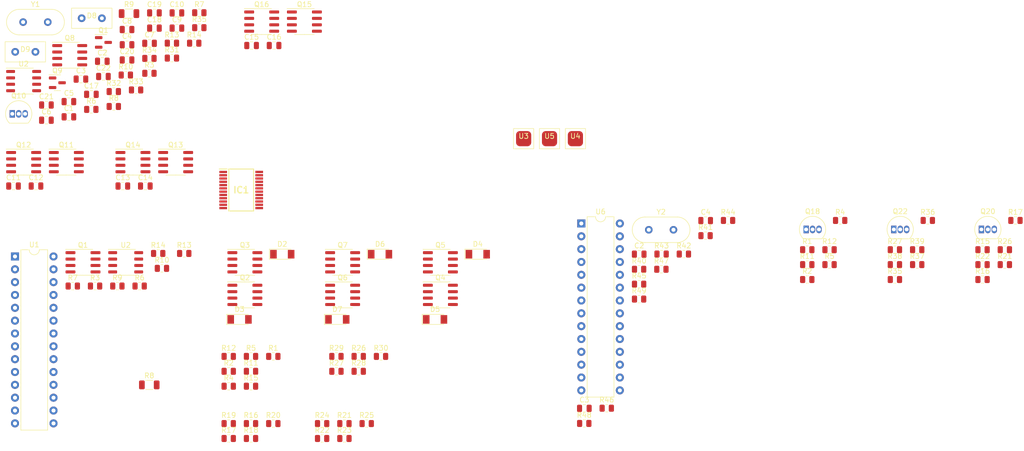
<source format=kicad_pcb>
(kicad_pcb (version 20211014) (generator pcbnew)
  (layers (0 "F.Cu" signal) (31 "B.Cu" signal) (34 "B.Paste" user) (35 "F.Paste" user) (36 "B.SilkS" user "B.Silkscreen") (37 "F.SilkS" user "F.Silkscreen") (38 "B.Mask" user) (39 "F.Mask" user) (44 "Edge.Cuts" user))
  (net 0 "")
  (net 1 "GND")
  (net 2 "+5V")
  (net 3 "Net-(C11-Pad1)")
  (net 4 "I_SENSE")
  (net 5 "VBUS")
  (net 6 "Net-(C12-Pad2)")
  (net 7 "Net-(C13-Pad1)")
  (net 8 "Net-(C14-Pad2)")
  (net 9 "Net-(C15-Pad1)")
  (net 10 "Net-(C16-Pad2)")
  (net 11 "Net-(C2-Pad1)")
  (net 12 "SHUTOFF")
  (net 13 "Net-(C4-Pad2)")
  (net 14 "OUTFG")
  (net 15 "U_N")
  (net 16 "V_N")
  (net 17 "W_N")
  (net 18 "U_P")
  (net 19 "V_P")
  (net 20 "W_P")
  (net 21 "Net-(C3-Pad1)")
  (net 22 "U_W")
  (net 23 "V_W")
  (net 24 "W_W")
  (net 25 "WAVE_CMP")
  (net 26 "Net-(C6-Pad2)")
  (net 27 "VReg")
  (net 28 "+BATT")
  (net 29 "Net-(Q1-Pad4)")
  (net 30 "Net-(Q1-Pad5)")
  (net 31 "U_MTR")
  (net 32 "W_MTR")
  (net 33 "V_MTR")
  (net 34 "I_MOTOR_TELEM")
  (net 35 "Net-(R10-Pad1)")
  (net 36 "MTR_V_TELEM")
  (net 37 "Net-(C17-Pad2)")
  (net 43 "Net-(C18-Pad2)")
  (net 44 "/U/BRK_OUT")
  (net 46 "/W/BRK_OUT")
  (net 47 "/V/BRK_OUT")
  (net 48 "Net-(D8-Pad2)")
  (net 49 "Net-(D9-Pad1)")
  (net 50 "SFCF")
  (net 51 "RSTMTRV")
  (net 52 "Net-(Q1-Pad3)")
  (net 53 "Net-(Q11-Pad5)")
  (net 54 "Net-(Q13-Pad5)")
  (net 56 "Net-(Q15-Pad5)")
  (net 62 "PWM_IN")
  (net 63 "Net-(R6-Pad1)")
  (net 64 "Net-(U2-Pad5)")
  (net 65 "Net-(Q8-Pad4)")
  (net 66 "Net-(Q8-Pad5)")
  (net 67 "Net-(Q9-Pad1)")
  (net 68 "MTR_FRQ")
  (net 69 "DRV_MTR")
  (net 70 "DRN_MTR")
  (net 71 "Net-(R7-Pad2)")
  (net 72 "RSTMTRVOCP")
  (net 73 "Net-(R10-Pad2)")
  (net 74 "RESET")
  (net 75 "BTL1")
  (net 76 "BTL2")
  (net 77 "BTL3")
  (net 78 "Net-(C2-Pad2)")
  (net 79 "Net-(C3-Pad2)")
  (net 80 "Net-(Q18-Pad2)")
  (net 81 "Net-(Q20-Pad2)")
  (net 82 "Net-(Q22-Pad2)")
  (net 83 "Net-(Q17-Pad2)")
  (net 84 "Net-(Q19-Pad2)")
  (net 85 "Net-(Q21-Pad2)")
  (net 86 "Net-(R40-Pad1)")
  (net 87 "/DRVR/A2")
  (net 88 "Net-(R41-Pad2)")
  (net 89 "/DRVR/A1")
  (net 90 "/DRVR/A0")
  (net 91 "/DRVR/Rx")
  (net 92 "/DRVR/Tx")
  (footprint "Package_SO:SO-8_3.9x4.9mm_P1.27mm" (layer "F.Cu") (at 157.6132 36.872)
    (fp_text reference "U2" (at 0 -3.4) (layer "F.SilkS"))
    (fp_text value "MAX4373F")
    (pad "1" smd roundrect (at -2.575 -1.905) (size 1.75 0.6) (layers "F.Cu" "F.Paste" "F.Mask") (net 28 "+BATT"))
    (pad "2" smd roundrect (at -2.575 -0.635) (size 1.75 0.6) (layers "F.Cu" "F.Paste" "F.Mask") (net 34 "I_MOTOR_TELEM"))
    (pad "3" smd roundrect (at -2.575 0.635) (size 1.75 0.6) (layers "F.Cu" "F.Paste" "F.Mask") (net 73 "Net-(R10-Pad2)"))
    (pad "4" smd roundrect (at -2.575 1.905) (size 1.75 0.6) (layers "F.Cu" "F.Paste" "F.Mask") (net 1 "GND"))
    (pad "5" smd roundrect (at 2.575 1.905) (size 1.75 0.6) (layers "F.Cu" "F.Paste" "F.Mask") (net 72 "RSTMTRVOCP"))
    (pad "6" smd roundrect (at 2.575 0.635) (size 1.75 0.6) (layers "F.Cu" "F.Paste" "F.Mask") (net 67 "Net-(Q9-Pad1)"))
    (pad "7" smd roundrect (at 2.575 -0.635) (size 1.75 0.6) (layers "F.Cu" "F.Paste" "F.Mask") (net 5 "VBUS"))
    (pad "8" smd roundrect (at 2.575 -1.905) (size 1.75 0.6) (layers "F.Cu" "F.Paste" "F.Mask") (net 66 "Net-(Q8-Pad5)"))
  )
  (footprint "Resistor_SMD:R_0805_2012Metric" (layer "F.Cu") (at 216.67 104.6284)
    (fp_text reference "R24" (at 0 -1.65) (layer "F.SilkS"))
    (fp_text value "10K")
    (pad "1" smd roundrect (at -0.9125 0) (size 1.025 1.4) (layers "F.Cu" "F.Paste" "F.Mask") (roundrect_rratio 0.243902) (net 5 "VBUS"))
    (pad "2" smd roundrect (at 0.9125 0) (size 1.025 1.4) (layers "F.Cu" "F.Paste" "F.Mask") (roundrect_rratio 0.243902) (net 8 "Net-(C14-Pad2)"))
  )
  (footprint "Capacitor_SMD:C_0805_2012Metric" (layer "F.Cu") (at 178.0732 32.692)
    (fp_text reference "C20" (at 0 -1.68) (layer "F.SilkS"))
    (fp_text value "1uF")
    (pad "1" smd roundrect (at -0.95 0) (size 1 1.45) (layers "F.Cu" "F.Paste" "F.Mask") (net 44 "/U/BRK_OUT"))
    (pad "2" smd roundrect (at 0.95 0) (size 1 1.45) (layers "F.Cu" "F.Paste" "F.Mask") (net 46 "/W/BRK_OUT"))
  )
  (footprint "Capacitor_SMD:C_0805_2012Metric" (layer "F.Cu") (at 166.5732 43.942)
    (fp_text reference "C1" (at 0 -1.68) (layer "F.SilkS"))
    (fp_text value "1uF")
    (pad "1" smd roundrect (at -0.95 0) (size 1 1.45) (layers "F.Cu" "F.Paste" "F.Mask") (net 2 "+5V"))
    (pad "2" smd roundrect (at 0.95 0) (size 1 1.45) (layers "F.Cu" "F.Paste" "F.Mask") (net 1 "GND"))
  )
  (footprint "Resistor_SMD:R_0805_2012Metric" (layer "F.Cu") (at 216.67 107.5784)
    (fp_text reference "R22" (at 0 -1.65) (layer "F.SilkS"))
    (fp_text value "100")
    (pad "1" smd roundrect (at -0.9125 0) (size 1.025 1.4) (layers "F.Cu" "F.Paste" "F.Mask") (roundrect_rratio 0.243902) (net 19 "V_P"))
    (pad "2" smd roundrect (at 0.9125 0) (size 1.025 1.4) (layers "F.Cu" "F.Paste" "F.Mask") (roundrect_rratio 0.243902) (net 8 "Net-(C14-Pad2)"))
  )
  (footprint "Resistor_SMD:R_0805_2012Metric" (layer "F.Cu") (at 223.91 94.2884)
    (fp_text reference "R28" (at 0 -1.65) (layer "F.SilkS"))
    (fp_text value "10K")
    (pad "1" smd roundrect (at -0.9125 0) (size 1.025 1.4) (layers "F.Cu" "F.Paste" "F.Mask") (roundrect_rratio 0.243902) (net 9 "Net-(C15-Pad1)"))
    (pad "2" smd roundrect (at 0.9125 0) (size 1.025 1.4) (layers "F.Cu" "F.Paste" "F.Mask") (roundrect_rratio 0.243902) (net 1 "GND"))
  )
  (footprint "Diode_SMD:D_MiniMELF" (layer "F.Cu") (at 219.678 84.02)
    (fp_text reference "D7" (at 0 -2) (layer "F.SilkS"))
    (fp_text value "BZV55B12")
    (pad "1" smd rect (at -1.75 0) (size 1.3 1.7) (layers "F.Cu" "F.Paste" "F.Mask") (net 5 "VBUS"))
    (pad "2" smd rect (at 1.75 0) (size 1.3 1.7) (layers "F.Cu" "F.Paste" "F.Mask") (net 10 "Net-(C16-Pad2)"))
  )
  (footprint "Package_SO:SO-8_3.9x4.9mm_P1.27mm" (layer "F.Cu") (at 177.808 72.72)
    (fp_text reference "U2" (at 0 -3.4) (layer "F.SilkS"))
    (fp_text value "MAX4373F")
    (pad "1" smd roundrect (at -2.575 -1.905) (size 1.75 0.6) (layers "F.Cu" "F.Paste" "F.Mask") (net 63 "Net-(R6-Pad1)"))
    (pad "2" smd roundrect (at -2.575 -0.635) (size 1.75 0.6) (layers "F.Cu" "F.Paste" "F.Mask") (net 34 "I_MOTOR_TELEM"))
    (pad "3" smd roundrect (at -2.575 0.635) (size 1.75 0.6) (layers "F.Cu" "F.Paste" "F.Mask") (net 35 "Net-(R10-Pad1)"))
    (pad "4" smd roundrect (at -2.575 1.905) (size 1.75 0.6) (layers "F.Cu" "F.Paste" "F.Mask") (net 1 "GND"))
    (pad "5" smd roundrect (at 2.575 1.905) (size 1.75 0.6) (layers "F.Cu" "F.Paste" "F.Mask") (net 64 "Net-(U2-Pad5)"))
    (pad "6" smd roundrect (at 2.575 0.635) (size 1.75 0.6) (layers "F.Cu" "F.Paste" "F.Mask") (net 29 "Net-(Q1-Pad4)"))
    (pad "7" smd roundrect (at 2.575 -0.635) (size 1.75 0.6) (layers "F.Cu" "F.Paste" "F.Mask") (net 5 "VBUS"))
    (pad "8" smd roundrect (at 2.575 -1.905) (size 1.75 0.6) (layers "F.Cu" "F.Paste" "F.Mask") (net 30 "Net-(Q1-Pad5)"))
  )
  (footprint "Resistor_SMD:R_0805_2012Metric" (layer "F.Cu") (at 221.08 104.6284)
    (fp_text reference "R21" (at 0 -1.65) (layer "F.SilkS"))
    (fp_text value "100")
    (pad "1" smd roundrect (at -0.9125 0) (size 1.025 1.4) (layers "F.Cu" "F.Paste" "F.Mask") (roundrect_rratio 0.243902) (net 16 "V_N"))
    (pad "2" smd roundrect (at 0.9125 0) (size 1.025 1.4) (layers "F.Cu" "F.Paste" "F.Mask") (roundrect_rratio 0.243902) (net 7 "Net-(C13-Pad1)"))
  )
  (footprint "Package_DIP:DIP-28_W7.62mm" (layer "F.Cu") (at 267.95 65.04)
    (fp_text reference "U6" (at 3.81 -2.33) (layer "F.SilkS"))
    (fp_text value "ATmega328-P")
    (pad "1" thru_hole rect (at 0 0) (size 1.6 1.6) (drill 0.8) (layers *.Cu *.Mask) (net 86 "Net-(R40-Pad1)"))
    (pad "2" thru_hole oval (at 0 2.54) (size 1.6 1.6) (drill 0.8) (layers *.Cu *.Mask) (net 91 "/DRVR/Rx"))
    (pad "3" thru_hole oval (at 0 5.08) (size 1.6 1.6) (drill 0.8) (layers *.Cu *.Mask) (net 92 "/DRVR/Tx"))
    (pad "4" thru_hole oval (at 0 7.62) (size 1.6 1.6) (drill 0.8) (layers *.Cu *.Mask))
    (pad "5" thru_hole oval (at 0 10.16) (size 1.6 1.6) (drill 0.8) (layers *.Cu *.Mask))
    (pad "6" thru_hole oval (at 0 12.7) (size 1.6 1.6) (drill 0.8) (layers *.Cu *.Mask))
    (pad "7" thru_hole oval (at 0 15.24) (size 1.6 1.6) (drill 0.8) (layers *.Cu *.Mask) (net 2 "+5V"))
    (pad "8" thru_hole oval (at 0 17.78) (size 1.6 1.6) (drill 0.8) (layers *.Cu *.Mask) (net 1 "GND"))
    (pad "9" thru_hole oval (at 0 20.32) (size 1.6 1.6) (drill 0.8) (layers *.Cu *.Mask) (net 78 "Net-(C2-Pad2)"))
    (pad "10" thru_hole oval (at 0 22.86) (size 1.6 1.6) (drill 0.8) (layers *.Cu *.Mask))
    (pad "11" thru_hole oval (at 0 25.4) (size 1.6 1.6) (drill 0.8) (layers *.Cu *.Mask))
    (pad "12" thru_hole oval (at 0 27.94) (size 1.6 1.6) (drill 0.8) (layers *.Cu *.Mask) (net 88 "Net-(R41-Pad2)"))
    (pad "13" thru_hole oval (at 0 30.48) (size 1.6 1.6) (drill 0.8) (layers *.Cu *.Mask))
    (pad "14" thru_hole oval (at 0 33.02) (size 1.6 1.6) (drill 0.8) (layers *.Cu *.Mask) (net 15 "U_N"))
    (pad "15" thru_hole oval (at 7.62 33.02) (size 1.6 1.6) (drill 0.8) (layers *.Cu *.Mask) (net 16 "V_N"))
    (pad "16" thru_hole oval (at 7.62 30.48) (size 1.6 1.6) (drill 0.8) (layers *.Cu *.Mask) (net 17 "W_N"))
    (pad "17" thru_hole oval (at 7.62 27.94) (size 1.6 1.6) (drill 0.8) (layers *.Cu *.Mask) (net 18 "U_P"))
    (pad "18" thru_hole oval (at 7.62 25.4) (size 1.6 1.6) (drill 0.8) (layers *.Cu *.Mask) (net 19 "V_P"))
    (pad "19" thru_hole oval (at 7.62 22.86) (size 1.6 1.6) (drill 0.8) (layers *.Cu *.Mask) (net 20 "W_P"))
    (pad "20" thru_hole oval (at 7.62 20.32) (size 1.6 1.6) (drill 0.8) (layers *.Cu *.Mask) (net 2 "+5V"))
    (pad "21" thru_hole oval (at 7.62 17.78) (size 1.6 1.6) (drill 0.8) (layers *.Cu *.Mask))
    (pad "22" thru_hole oval (at 7.62 15.24) (size 1.6 1.6) (drill 0.8) (layers *.Cu *.Mask) (net 1 "GND"))
    (pad "23" thru_hole oval (at 7.62 12.7) (size 1.6 1.6) (drill 0.8) (layers *.Cu *.Mask) (net 90 "/DRVR/A0"))
    (pad "24" thru_hole oval (at 7.62 10.16) (size 1.6 1.6) (drill 0.8) (layers *.Cu *.Mask) (net 89 "/DRVR/A1"))
    (pad "25" thru_hole oval (at 7.62 7.62) (size 1.6 1.6) (drill 0.8) (layers *.Cu *.Mask) (net 87 "/DRVR/A2"))
    (pad "26" thru_hole oval (at 7.62 5.08) (size 1.6 1.6) (drill 0.8) (layers *.Cu *.Mask))
    (pad "27" thru_hole oval (at 7.62 2.54) (size 1.6 1.6) (drill 0.8) (layers *.Cu *.Mask))
    (pad "28" thru_hole oval (at 7.62 0) (size 1.6 1.6) (drill 0.8) (layers *.Cu *.Mask))
  )
  (footprint "Resistor_SMD:R_0805_2012Metric" (layer "F.Cu") (at 171.0032 42.472)
    (fp_text reference "R6" (at 0 -1.65) (layer "F.SilkS"))
    (fp_text value "10K")
    (pad "1" smd roundrect (at -0.9125 0) (size 1.025 1.4) (layers "F.Cu" "F.Paste" "F.Mask") (roundrect_rratio 0.243902) (net 28 "+BATT"))
    (pad "2" smd roundrect (at 0.9125 0) (size 1.025 1.4) (layers "F.Cu" "F.Paste" "F.Mask") (roundrect_rratio 0.243902) (net 67 "Net-(Q9-Pad1)"))
  )
  (footprint "Resistor_SMD:R_0805_2012Metric" (layer "F.Cu") (at 198.19 94.2884)
    (fp_text reference "R2" (at 0 -1.65) (layer "F.SilkS"))
    (fp_text value "10K")
    (pad "1" smd roundrect (at -0.9125 0) (size 1.025 1.4) (layers "F.Cu" "F.Paste" "F.Mask") (roundrect_rratio 0.243902) (net 1 "GND"))
    (pad "2" smd roundrect (at 0.9125 0) (size 1.025 1.4) (layers "F.Cu" "F.Paste" "F.Mask") (roundrect_rratio 0.243902) (net 11 "Net-(C2-Pad1)"))
  )
  (footprint "TB9061AFNG:Pad" (layer "F.Cu") (at 261.66 48.26)
    (fp_text reference "U5" (at 0 -0.5 unlocked) (layer "F.SilkS"))
    (fp_text value "Pad")
    (pad "1" smd roundrect (at 0 0) (size 3 3) (layers "F.Cu" "F.Paste" "F.Mask") (net 31 "U_MTR"))
  )
  (footprint "Capacitor_SMD:C_0805_2012Metric" (layer "F.Cu") (at 166.5732 40.932)
    (fp_text reference "C5" (at 0 -1.68) (layer "F.SilkS"))
    (fp_text value "0.1uF")
    (pad "1" smd roundrect (at -0.95 0) (size 1 1.45) (layers "F.Cu" "F.Paste" "F.Mask") (net 27 "VReg"))
    (pad "2" smd roundrect (at 0.95 0) (size 1 1.45) (layers "F.Cu" "F.Paste" "F.Mask") (net 1 "GND"))
  )
  (footprint "Resistor_SMD:R_0805_2012Metric" (layer "F.Cu") (at 177.8332 35.672)
    (fp_text reference "R10" (at 0 -1.65) (layer "F.SilkS"))
    (fp_text value "9.5K")
    (pad "1" smd roundrect (at -0.9125 0) (size 1.025 1.4) (layers "F.Cu" "F.Paste" "F.Mask") (roundrect_rratio 0.243902) (net 34 "I_MOTOR_TELEM"))
    (pad "2" smd roundrect (at 0.9125 0) (size 1.025 1.4) (layers "F.Cu" "F.Paste" "F.Mask") (roundrect_rratio 0.243902) (net 73 "Net-(R10-Pad2)"))
  )
  (footprint "Resistor_SMD:R_1206_3216Metric" (layer "F.Cu") (at 178.4632 23.522)
    (fp_text reference "R9" (at 0 -1.82) (layer "F.SilkS"))
    (fp_text value "3m")
    (pad "1" smd roundrect (at -1.4625 0) (size 1.125 1.75) (layers "F.Cu" "F.Paste" "F.Mask") (roundrect_rratio 0.222222) (net 5 "VBUS"))
    (pad "2" smd roundrect (at 1.4625 0) (size 1.125 1.75) (layers "F.Cu" "F.Paste" "F.Mask") (roundrect_rratio 0.222222) (net 66 "Net-(Q8-Pad5)"))
  )
  (footprint "Capacitor_SMD:C_0805_2012Metric" (layer "F.Cu") (at 173.1832 32.952)
    (fp_text reference "C2" (at 0 -1.68) (layer "F.SilkS"))
    (fp_text value "1nF")
    (pad "1" smd roundrect (at -0.95 0) (size 1 1.45) (layers "F.Cu" "F.Paste" "F.Mask") (net 11 "Net-(C2-Pad1)"))
    (pad "2" smd roundrect (at 0.95 0) (size 1 1.45) (layers "F.Cu" "F.Paste" "F.Mask") (net 1 "GND"))
  )
  (footprint "Crystal:Crystal_HC49-4H_Vertical" (layer "F.Cu") (at 157.5132 25.202)
    (fp_text reference "Y1" (at 2.44 -3.525) (layer "F.SilkS"))
    (fp_text value "16MHz")
    (pad "1" thru_hole circle (at 0 0) (size 1.5 1.5) (drill 0.8) (layers *.Cu *.Mask) (net 37 "Net-(C17-Pad2)"))
    (pad "2" thru_hole circle (at 4.88 0) (size 1.5 1.5) (drill 0.8) (layers *.Cu *.Mask) (net 43 "Net-(C18-Pad2)"))
  )
  (footprint "Capacitor_SMD:C_0805_2012Metric" (layer "F.Cu") (at 178.0732 26.672)
    (fp_text reference "C8" (at 0 -1.68) (layer "F.SilkS"))
    (fp_text value "1uF")
    (pad "1" smd roundrect (at -0.95 0) (size 1 1.45) (layers "F.Cu" "F.Paste" "F.Mask") (net 5 "VBUS"))
    (pad "2" smd roundrect (at 0.95 0) (size 1 1.45) (layers "F.Cu" "F.Paste" "F.Mask") (net 1 "GND"))
  )
  (footprint "TB9061AFNG:2x_jumper" (layer "F.Cu") (at 171.0982 24.437)
    (fp_text reference "D8" (at 0 -0.5 unlocked) (layer "F.SilkS"))
    (fp_text value "BPW20RF ")
    (pad "1" thru_hole circle (at 2 0) (size 1.524 1.524) (drill 0.762) (layers *.Cu *.Mask) (net 2 "+5V"))
    (pad "2" thru_hole circle (at -2 0) (size 1.524 1.524) (drill 0.762) (layers *.Cu *.Mask) (net 48 "Net-(D8-Pad2)"))
  )
  (footprint "Package_DIP:DIP-28_W7.62mm" (layer "F.Cu") (at 155.908 71.57)
    (fp_text reference "U1" (at 3.81 -2.33) (layer "F.SilkS"))
    (fp_text value "ATmega328-P")
    (pad "1" thru_hole rect (at 0 0) (size 1.6 1.6) (drill 0.8) (layers *.Cu *.Mask) (net 74 "RESET"))
    (pad "2" thru_hole oval (at 0 2.54) (size 1.6 1.6) (drill 0.8) (layers *.Cu *.Mask))
    (pad "3" thru_hole oval (at 0 5.08) (size 1.6 1.6) (drill 0.8) (layers *.Cu *.Mask))
    (pad "4" thru_hole oval (at 0 7.62) (size 1.6 1.6) (drill 0.8) (layers *.Cu *.Mask))
    (pad "5" thru_hole oval (at 0 10.16) (size 1.6 1.6) (drill 0.8) (layers *.Cu *.Mask))
    (pad "6" thru_hole oval (at 0 12.7) (size 1.6 1.6) (drill 0.8) (layers *.Cu *.Mask))
    (pad "7" thru_hole oval (at 0 15.24) (size 1.6 1.6) (drill 0.8) (layers *.Cu *.Mask) (net 2 "+5V"))
    (pad "8" thru_hole oval (at 0 17.78) (size 1.6 1.6) (drill 0.8) (layers *.Cu *.Mask) (net 1 "GND"))
    (pad "9" thru_hole oval (at 0 20.32) (size 1.6 1.6) (drill 0.8) (layers *.Cu *.Mask) (net 37 "Net-(C17-Pad2)"))
    (pad "10" thru_hole oval (at 0 22.86) (size 1.6 1.6) (drill 0.8) (layers *.Cu *.Mask))
    (pad "11" thru_hole oval (at 0 25.4) (size 1.6 1.6) (drill 0.8) (layers *.Cu *.Mask) (net 62 "PWM_IN"))
    (pad "12" thru_hole oval (at 0 27.94) (size 1.6 1.6) (drill 0.8) (layers *.Cu *.Mask) (net 72 "RSTMTRVOCP"))
    (pad "13" thru_hole oval (at 0 30.48) (size 1.6 1.6) (drill 0.8) (layers *.Cu *.Mask) (net 51 "RSTMTRV"))
    (pad "14" thru_hole oval (at 0 33.02) (size 1.6 1.6) (drill 0.8) (layers *.Cu *.Mask) (net 12 "SHUTOFF"))
    (pad "15" thru_hole oval (at 7.62 33.02) (size 1.6 1.6) (drill 0.8) (layers *.Cu *.Mask) (net 71 "Net-(R7-Pad2)"))
    (pad "16" thru_hole oval (at 7.62 30.48) (size 1.6 1.6) (drill 0.8) (layers *.Cu *.Mask) (net 68 "MTR_FRQ"))
    (pad "17" thru_hole oval (at 7.62 27.94) (size 1.6 1.6) (drill 0.8) (layers *.Cu *.Mask) (net 75 "BTL1"))
    (pad "18" thru_hole oval (at 7.62 25.4) (size 1.6 1.6) (drill 0.8) (layers *.Cu *.Mask) (net 76 "BTL2"))
    (pad "19" thru_hole oval (at 7.62 22.86) (size 1.6 1.6) (drill 0.8) (layers *.Cu *.Mask) (net 77 "BTL3"))
    (pad "20" thru_hole oval (at 7.62 20.32) (size 1.6 1.6) (drill 0.8) (layers *.Cu *.Mask) (net 2 "+5V"))
    (pad "21" thru_hole oval (at 7.62 17.78) (size 1.6 1.6) (drill 0.8) (layers *.Cu *.Mask))
    (pad "22" thru_hole oval (at 7.62 15.24) (size 1.6 1.6) (drill 0.8) (layers *.Cu *.Mask) (net 1 "GND"))
    (pad "23" thru_hole oval (at 7.62 12.7) (size 1.6 1.6) (drill 0.8) (layers *.Cu *.Mask) (net 34 "I_MOTOR_TELEM"))
    (pad "24" thru_hole oval (at 7.62 10.16) (size 1.6 1.6) (drill 0.8) (layers *.Cu *.Mask))
    (pad "25" thru_hole oval (at 7.62 7.62) (size 1.6 1.6) (drill 0.8) (layers *.Cu *.Mask))
    (pad "26" thru_hole oval (at 7.62 5.08) (size 1.6 1.6) (drill 0.8) (layers *.Cu *.Mask))
    (pad "27" thru_hole oval (at 7.62 2.54) (size 1.6 1.6) (drill 0.8) (layers *.Cu *.Mask))
    (pad "28" thru_hole oval (at 7.62 0) (size 1.6 1.6) (drill 0.8) (layers *.Cu *.Mask))
  )
  (footprint "Resistor_SMD:R_0805_2012Metric" (layer "F.Cu") (at 347.33 70.23)
    (fp_text reference "R15" (at 0 -1.65) (layer "F.SilkS"))
    (fp_text value "100")
    (pad "1" smd roundrect (at -0.9125 0) (size 1.025 1.4) (layers "F.Cu" "F.Paste" "F.Mask") (roundrect_rratio 0.243902) (net 19 "V_P"))
    (pad "2" smd roundrect (at 0.9125 0) (size 1.025 1.4) (layers "F.Cu" "F.Paste" "F.Mask") (roundrect_rratio 0.243902) (net 84 "Net-(Q19-Pad2)"))
  )
  (footprint "Resistor_SMD:R_0805_2012Metric" (layer "F.Cu") (at 202.6 94.2884)
    (fp_text reference "R11" (at 0 -1.65) (layer "F.SilkS"))
    (fp_text value "3K")
    (pad "1" smd roundrect (at -0.9125 0) (size 1.025 1.4) (layers "F.Cu" "F.Paste" "F.Mask") (roundrect_rratio 0.243902) (net 27 "VReg"))
    (pad "2" smd roundrect (at 0.9125 0) (size 1.025 1.4) (layers "F.Cu" "F.Paste" "F.Mask") (roundrect_rratio 0.243902) (net 50 "SFCF"))
  )
  (footprint "Resistor_SMD:R_0805_2012Metric" (layer "F.Cu") (at 319.16 64.44)
    (fp_text reference "R4" (at 0 -1.65) (layer "F.SilkS"))
    (fp_text value "10K")
    (pad "1" smd roundrect (at -0.9125 0) (size 1.025 1.4) (layers "F.Cu" "F.Paste" "F.Mask") (roundrect_rratio 0.243902) (net 83 "Net-(Q17-Pad2)"))
    (pad "2" smd roundrect (at 0.9125 0) (size 1.025 1.4) (layers "F.Cu" "F.Paste" "F.Mask") (roundrect_rratio 0.243902) (net 1 "GND"))
  )
  (footprint "Capacitor_SMD:C_0805_2012Metric" (layer "F.Cu") (at 173.4032 35.962)
    (fp_text reference "C22" (at 0 -1.68) (layer "F.SilkS"))
    (fp_text value "1uF")
    (pad "1" smd roundrect (at -0.95 0) (size 1 1.45) (layers "F.Cu" "F.Paste" "F.Mask") (net 44 "/U/BRK_OUT"))
    (pad "2" smd roundrect (at 0.95 0) (size 1 1.45) (layers "F.Cu" "F.Paste" "F.Mask") (net 47 "/V/BRK_OUT"))
  )
  (footprint "Package_SO:SOIC-8_3.9x4.9mm_P1.27mm" (layer "F.Cu") (at 169.358 72.72)
    (fp_text reference "Q1" (at 0 -3.4) (layer "F.SilkS"))
    (fp_text value "IRF7458")
    (pad "1" smd roundrect (at -2.475 -1.905) (size 1.95 0.6) (layers "F.Cu" "F.Paste" "F.Mask") (net 28 "+BATT"))
    (pad "2" smd roundrect (at -2.475 -0.635) (size 1.95 0.6) (layers "F.Cu" "F.Paste" "F.Mask") (net 28 "+BATT"))
    (pad "3" smd roundrect (at -2.475 0.635) (size 1.95 0.6) (layers "F.Cu" "F.Paste" "F.Mask") (net 28 "+BATT"))
    (pad "4" smd roundrect (at -2.475 1.905) (size 1.95 0.6) (layers "F.Cu" "F.Paste" "F.Mask") (net 29 "Net-(Q1-Pad4)"))
    (pad "5" smd roundrect (at 2.475 1.905) (size 1.95 0.6) (layers "F.Cu" "F.Paste" "F.Mask") (net 30 "Net-(Q1-Pad5)"))
    (pad "6" smd roundrect (at 2.475 0.635) (size 1.95 0.6) (layers "F.Cu" "F.Paste" "F.Mask") (net 30 "Net-(Q1-Pad5)"))
    (pad "7" smd roundrect (at 2.475 -0.635) (size 1.95 0.6) (layers "F.Cu" "F.Paste" "F.Mask") (net 30 "Net-(Q1-Pad5)"))
    (pad "8" smd roundrect (at 2.475 -1.905) (size 1.95 0.6) (layers "F.Cu" "F.Paste" "F.Mask") (net 30 "Net-(Q1-Pad5)"))
  )
  (footprint "Package_SO:SOIC-8_3.9x4.9mm_P1.27mm" (layer "F.Cu") (at 240.068 72.72)
    (fp_text reference "Q5" (at 0 -3.4) (layer "F.SilkS"))
    (fp_text value "Si4162DY")
    (pad "1" smd roundrect (at -2.475 -1.905) (size 1.95 0.6) (layers "F.Cu" "F.Paste" "F.Mask") (net 1 "GND"))
    (pad "2" smd roundrect (at -2.475 -0.635) (size 1.95 0.6) (layers "F.Cu" "F.Paste" "F.Mask") (net 1 "GND"))
    (pad "3" smd roundrect (at -2.475 0.635) (size 1.95 0.6) (layers "F.Cu" "F.Paste" "F.Mask") (net 1 "GND"))
    (pad "4" smd roundrect (at -2.475 1.905) (size 1.95 0.6) (layers "F.Cu" "F.Paste" "F.Mask") (net 7 "Net-(C13-Pad1)"))
    (pad "5" smd roundrect (at 2.475 1.905) (size 1.95 0.6) (layers "F.Cu" "F.Paste" "F.Mask") (net 54 "Net-(Q13-Pad5)"))
    (pad "6" smd roundrect (at 2.475 0.635) (size 1.95 0.6) (layers "F.Cu" "F.Paste" "F.Mask") (net 54 "Net-(Q13-Pad5)"))
    (pad "7" smd roundrect (at 2.475 -0.635) (size 1.95 0.6) (layers "F.Cu" "F.Paste" "F.Mask") (net 54 "Net-(Q13-Pad5)"))
    (pad "8" smd roundrect (at 2.475 -1.905) (size 1.95 0.6) (layers "F.Cu" "F.Paste" "F.Mask") (net 54 "Net-(Q13-Pad5)"))
  )
  (footprint "Resistor_SMD:R_0805_2012Metric" (layer "F.Cu") (at 288.24 71.09)
    (fp_text reference "R42" (at 0 -1.65) (layer "F.SilkS"))
    (fp_text value "33K")
    (pad "1" smd roundrect (at -0.9125 0) (size 1.025 1.4) (layers "F.Cu" "F.Paste" "F.Mask") (roundrect_rratio 0.243902) (net 89 "/DRVR/A1"))
    (pad "2" smd roundrect (at 0.9125 0) (size 1.025 1.4) (layers "F.Cu" "F.Paste" "F.Mask") (roundrect_rratio 0.243902) (net 88 "Net-(R41-Pad2)"))
  )
  (footprint "Package_SO:SOIC-8_3.9x4.9mm_P1.27mm" (layer "F.Cu") (at 220.728 79.17)
    (fp_text reference "Q6" (at 0 -3.4) (layer "F.SilkS"))
    (fp_text value "IRF7404")
    (pad "1" smd roundrect (at -2.475 -1.905) (size 1.95 0.6) (layers "F.Cu" "F.Paste" "F.Mask") (net 56 "Net-(Q15-Pad5)"))
    (pad "2" smd roundrect (at -2.475 -0.635) (size 1.95 0.6) (layers "F.Cu" "F.Paste" "F.Mask") (net 56 "Net-(Q15-Pad5)"))
    (pad "3" smd roundrect (at -2.475 0.635) (size 1.95 0.6) (layers "F.Cu" "F.Paste" "F.Mask") (net 56 "Net-(Q15-Pad5)"))
    (pad "4" smd roundrect (at -2.475 1.905) (size 1.95 0.6) (layers "F.Cu" "F.Paste" "F.Mask") (net 10 "Net-(C16-Pad2)"))
    (pad "5" smd roundrect (at 2.475 1.905) (size 1.95 0.6) (layers "F.Cu" "F.Paste" "F.Mask") (net 5 "VBUS"))
    (pad "6" smd roundrect (at 2.475 0.635) (size 1.95 0.6) (layers "F.Cu" "F.Paste" "F.Mask") (net 5 "VBUS"))
    (pad "7" smd roundrect (at 2.475 -0.635) (size 1.95 0.6) (layers "F.Cu" "F.Paste" "F.Mask") (net 5 "VBUS"))
    (pad "8" smd roundrect (at 2.475 -1.905) (size 1.95 0.6) (layers "F.Cu" "F.Paste" "F.Mask") (net 5 "VBUS"))
  )
  (footprint "Capacitor_SMD:C_0805_2012Metric" (layer "F.Cu") (at 162.1232 44.612)
    (fp_text reference "C6" (at 0 -1.68) (layer "F.SilkS"))
    (fp_text value "0.01uF")
    (pad "1" smd roundrect (at -0.95 0) (size 1 1.45) (layers "F.Cu" "F.Paste" "F.Mask") (net 1 "GND"))
    (pad "2" smd roundrect (at 0.95 0) (size 1 1.45) (layers "F.Cu" "F.Paste" "F.Mask") (net 26 "Net-(C6-Pad2)"))
  )
  (footprint "Capacitor_SMD:C_0805_2012Metric" (layer "F.Cu") (at 160.0632 57.632)
    (fp_text reference "C12" (at 0 -1.68) (layer "F.SilkS"))
    (fp_text value "0.01uF")
    (pad "1" smd roundrect (at -0.95 0) (size 1 1.45) (layers "F.Cu" "F.Paste" "F.Mask") (net 5 "VBUS"))
    (pad "2" smd roundrect (at 0.95 0) (size 1 1.45) (layers "F.Cu" "F.Paste" "F.Mask") (net 6 "Net-(C12-Pad2)"))
  )
  (footprint "Resistor_SMD:R_0805_2012Metric" (layer "F.Cu") (at 317.06 70.23)
    (fp_text reference "R12" (at 0 -1.65) (layer "F.SilkS"))
    (fp_text value "10K")
    (pad "1" smd roundrect (at -0.9125 0) (size 1.025 1.4) (layers "F.Cu" "F.Paste" "F.Mask") (roundrect_rratio 0.243902) (net 3 "Net-(C11-Pad1)"))
    (pad "2" smd roundrect (at 0.9125 0) (size 1.025 1.4) (layers "F.Cu" "F.Paste" "F.Mask") (roundrect_rratio 0.243902) (net 1 "GND"))
  )
  (footprint "Resistor_SMD:R_0805_2012Metric" (layer "F.Cu") (at 219.5 91.3384)
    (fp_text reference "R29" (at 0 -1.65) (layer "F.SilkS"))
    (fp_text value "10K")
    (pad "1" smd roundrect (at -0.9125 0) (size 1.025 1.4) (layers "F.Cu" "F.Paste" "F.Mask") (roundrect_rratio 0.243902) (net 5 "VBUS"))
    (pad "2" smd roundrect (at 0.9125 0) (size 1.025 1.4) (layers "F.Cu" "F.Paste" "F.Mask") (roundrect_rratio 0.243902) (net 10 "Net-(C16-Pad2)"))
  )
  (footprint "Package_SO:SOIC-8_3.9x4.9mm_P1.27mm" (layer "F.Cu") (at 201.388 72.72)
    (fp_text reference "Q3" (at 0 -3.4) (layer "F.SilkS"))
    (fp_text value "Si4162DY")
    (pad "1" smd roundrect (at -2.475 -1.905) (size 1.95 0.6) (layers "F.Cu" "F.Paste" "F.Mask") (net 1 "GND"))
    (pad "2" smd roundrect (at -2.475 -0.635) (size 1.95 0.6) (layers "F.Cu" "F.Paste" "F.Mask") (net 1 "GND"))
    (pad "3" smd roundrect (at -2.475 0.635) (size 1.95 0.6) (layers "F.Cu" "F.Paste" "F.Mask") (net 1 "GND"))
    (pad "4" smd roundrect (at -2.475 1.905) (size 1.95 0.6) (layers "F.Cu" "F.Paste" "F.Mask") (net 3 "Net-(C11-Pad1)"))
    (pad "5" smd roundrect (at 2.475 1.905) (size 1.95 0.6) (layers "F.Cu" "F.Paste" "F.Mask") (net 53 "Net-(Q11-Pad5)"))
    (pad "6" smd roundrect (at 2.475 0.635) (size 1.95 0.6) (layers "F.Cu" "F.Paste" "F.Mask") (net 53 "Net-(Q11-Pad5)"))
    (pad "7" smd roundrect (at 2.475 -0.635) (size 1.95 0.6) (layers "F.Cu" "F.Paste" "F.Mask") (net 53 "Net-(Q11-Pad5)"))
    (pad "8" smd roundrect (at 2.475 -1.905) (size 1.95 0.6) (layers "F.Cu" "F.Paste" "F.Mask") (net 53 "Net-(Q11-Pad5)"))
  )
  (footprint "Capacitor_SMD:C_0805_2012Metric" (layer "F.Cu") (at 187.9432 26.392)
    (fp_text reference "C9" (at 0 -1.68) (layer "F.SilkS"))
    (fp_text value "1uF")
    (pad "1" smd roundrect (at -0.95 0) (size 1 1.45) (layers "F.Cu" "F.Paste" "F.Mask") (net 5 "VBUS"))
    (pad "2" smd roundrect (at 0.95 0) (size 1 1.45) (layers "F.Cu" "F.Paste" "F.Mask") (net 1 "GND"))
  )
  (footprint "Package_SO:SOIC-8_3.9x4.9mm_P1.27mm" (layer "F.Cu") (at 204.7132 25.102)
    (fp_text reference "Q16" (at 0 -3.4) (layer "F.SilkS"))
    (fp_text value "IRF7404")
    (pad "1" smd roundrect (at -2.475 -1.905) (size 1.95 0.6) (layers "F.Cu" "F.Paste" "F.Mask") (net 33 "V_MTR"))
    (pad "2" smd roundrect (at -2.475 -0.635) (size 1.95 0.6) (layers "F.Cu" "F.Paste" "F.Mask") (net 33 "V_MTR"))
    (pad "3" smd roundrect (at -2.475 0.635) (size 1.95 0.6) (layers "F.Cu" "F.Paste" "F.Mask") (net 33 "V_MTR"))
    (pad "4" smd roundrect (at -2.475 1.905) (size 1.95 0.6) (layers "F.Cu" "F.Paste" "F.Mask") (net 69 "DRV_MTR"))
    (pad "5" smd roundrect (at 2.475 1.905) (size 1.95 0.6) (layers "F.Cu" "F.Paste" "F.Mask") (net 47 "/V/BRK_OUT"))
    (pad "6" smd roundrect (at 2.475 0.635) (size 1.95 0.6) (layers "F.Cu" "F.Paste" "F.Mask") (net 47 "/V/BRK_OUT"))
    (pad "7" smd roundrect (at 2.475 -0.635) (size 1.95 0.6) (layers "F.Cu" "F.Paste" "F.Mask") (net 47 "/V/BRK_OUT"))
    (pad "8" smd roundrect (at 2.475 -1.905) (size 1.95 0.6) (layers "F.Cu" "F.Paste" "F.Mask") (net 47 "/V/BRK_OUT"))
  )
  (footprint "Resistor_SMD:R_0805_2012Metric" (layer "F.Cu") (at 192.3732 23.352)
    (fp_text reference "R7" (at 0 -1.65) (layer "F.SilkS"))
    (fp_text value "100")
    (pad "1" smd roundrect (at -0.9125 0) (size 1.025 1.4) (layers "F.Cu" "F.Paste" "F.Mask") (roundrect_rratio 0.243902) (net 70 "DRN_MTR"))
    (pad "2" smd roundrect (at 0.9125 0) (size 1.025 1.4) (layers "F.Cu" "F.Paste" "F.Mask") (roundrect_rratio 0.243902) (net 71 "Net-(R7-Pad2)"))
  )
  (footprint "Resistor_SMD:R_0805_2012Metric" (layer "F.Cu") (at 192.3732 26.302)
    (fp_text reference "R35" (at 0 -1.65) (layer "F.SilkS"))
    (fp_text value "3m")
    (pad "1" smd roundrect (at -0.9125 0) (size 1.025 1.4) (layers "F.Cu" "F.Paste" "F.Mask") (roundrect_rratio 0.243902) (net 1 "GND"))
    (pad "2" smd roundrect (at 0.9125 0) (size 1.025 1.4) (layers "F.Cu" "F.Paste" "F.Mask") (roundrect_rratio 0.243902) (net 4 "I_SENSE"))
  )
  (footprint "Diode_SMD:D_MiniMELF" (layer "F.Cu") (at 228.128 71.12)
    (fp_text reference "D6" (at 0 -2) (layer "F.SilkS"))
    (fp_text value "BZV55B12")
    (pad "1" smd rect (at -1.75 0) (size 1.3 1.7) (layers "F.Cu" "F.Paste" "F.Mask") (net 9 "Net-(C15-Pad1)"))
    (pad "2" smd rect (at 1.75 0) (size 1.3 1.7) (layers "F.Cu" "F.Paste" "F.Mask") (net 1 "GND"))
  )
  (footprint "Package_TO_SOT_SMD:SOT-23" (layer "F.Cu") (at 164.2832 37.202)
    (fp_text reference "Q9" (at 0 -2.4) (layer "F.SilkS"))
    (fp_text value "2N7002")
    (pad "1" smd roundrect (at -0.9375 -0.95) (size 1.475 0.6) (layers "F.Cu" "F.Paste" "F.Mask") (net 67 "Net-(Q9-Pad1)"))
    (pad "2" smd roundrect (at -0.9375 0.95) (size 1.475 0.6) (layers "F.Cu" "F.Paste" "F.Mask") (net 52 "Net-(Q1-Pad3)"))
    (pad "3" smd roundrect (at 0.9375 0) (size 1.475 0.6) (layers "F.Cu" "F.Paste" "F.Mask") (net 65 "Net-(Q8-Pad4)"))
  )
  (footprint "Resistor_SMD:R_0805_2012Metric" (layer "F.Cu") (at 202.6 107.5784)
    (fp_text reference "R18" (at 0 -1.65) (layer "F.SilkS"))
    (fp_text value "10K")
    (pad "1" smd roundrect (at -0.9125 0) (size 1.025 1.4) (layers "F.Cu" "F.Paste" "F.Mask") (roundrect_rratio 0.243902) (net 3 "Net-(C11-Pad1)"))
    (pad "2" smd roundrect (at 0.9125 0) (size 1.025 1.4) (layers "F.Cu" "F.Paste" "F.Mask") (roundrect_rratio 0.243902) (net 1 "GND"))
  )
  (footprint "Resistor_SMD:R_0805_2012Metric" (layer "F.Cu") (at 182.5032 32.382)
    (fp_text reference "R34" (at 0 -1.65) (layer "F.SilkS"))
    (fp_text value "1K")
    (pad "1" smd roundrect (at -0.9125 0) (size 1.025 1.4) (layers "F.Cu" "F.Paste" "F.Mask") (roundrect_rratio 0.243902) (net 1 "GND"))
    (pad "2" smd roundrect (at 0.9125 0) (size 1.025 1.4) (layers "F.Cu" "F.Paste" "F.Mask") (roundrect_rratio 0.243902) (net 49 "Net-(D9-Pad1)"))
  )
  (footprint "Resistor_SMD:R_0805_2012Metric" (layer "F.Cu") (at 167.338 77.42)
    (fp_text reference "R7" (at 0 -1.65) (layer "F.SilkS"))
    (fp_text value "10K")
    (pad "1" smd roundrect (at -0.9125 0) (size 1.025 1.4) (layers "F.Cu" "F.Paste" "F.Mask") (roundrect_rratio 0.243902) (net 63 "Net-(R6-Pad1)"))
    (pad "2" smd roundrect (at 0.9125 0) (size 1.025 1.4) (layers "F.Cu" "F.Paste" "F.Mask") (roundrect_rratio 0.243902) (net 64 "Net-(U2-Pad5)"))
  )
  (footprint "Package_SO:SOIC-8_3.9x4.9mm_P1.27mm" (layer "F.Cu") (at 220.728 72.72)
    (fp_text reference "Q7" (at 0 -3.4) (layer "F.SilkS"))
    (fp_text value "Si4162DY")
    (pad "1" smd roundrect (at -2.475 -1.905) (size 1.95 0.6) (layers "F.Cu" "F.Paste" "F.Mask") (net 1 "GND"))
    (pad "2" smd roundrect (at -2.475 -0.635) (size 1.95 0.6) (layers "F.Cu" "F.Paste" "F.Mask") (net 1 "GND"))
    (pad "3" smd roundrect (at -2.475 0.635) (size 1.95 0.6) (layers "F.Cu" "F.Paste" "F.Mask") (net 1 "GND"))
    (pad "4" smd roundrect (at -2.475 1.905) (size 1.95 0.6) (layers "F.Cu" "F.Paste" "F.Mask") (net 9 "Net-(C15-Pad1)"))
    (pad "5" smd roundrect (at 2.475 1.905) (size 1.95 0.6) (layers "F.Cu" "F.Paste" "F.Mask") (net 56 "Net-(Q15-Pad5)"))
    (pad "6" smd roundrect (at 2.475 0.635) (size 1.95 0.6) (layers "F.Cu" "F.Paste" "F.Mask") (net 56 "Net-(Q15-Pad5)"))
    (pad "7" smd roundrect (at 2.475 -0.635) (size 1.95 0.6) (layers "F.Cu" "F.Paste" "F.Mask") (net 56 "Net-(Q15-Pad5)"))
    (pad "8" smd roundrect (at 2.475 -1.905) (size 1.95 0.6) (layers "F.Cu" "F.Paste" "F.Mask") (net 56 "Net-(Q15-Pad5)"))
  )
  (footprint "Resistor_SMD:R_0805_2012Metric" (layer "F.Cu") (at 179.8632 38.622)
    (fp_text reference "R33" (at 0 -1.65) (layer "F.SilkS"))
    (fp_text value "1K")
    (pad "1" smd roundrect (at -0.9125 0) (size 1.025 1.4) (layers "F.Cu" "F.Paste" "F.Mask") (roundrect_rratio 0.243902) (net 1 "GND"))
    (pad "2" smd roundrect (at 0.9125 0) (size 1.025 1.4) (layers "F.Cu" "F.Paste" "F.Mask") (roundrect_rratio 0.243902) (net 68 "MTR_FRQ"))
  )
  (footprint "Resistor_SMD:R_0805_2012Metric" (layer "F.Cu") (at 184.238 70.97)
    (fp_text reference "R14" (at 0 -1.65) (layer "F.SilkS"))
    (fp_text value "10K")
    (pad "1" smd roundrect (at -0.9125 0) (size 1.025 1.4) (layers "F.Cu" "F.Paste" "F.Mask") (roundrect_rratio 0.243902) (net 36 "MTR_V_TELEM"))
    (pad "2" smd roundrect (at 0.9125 0) (size 1.025 1.4) (layers "F.Cu" "F.Paste" "F.Mask") (roundrect_rratio 0.243902) (net 1 "GND"))
  )
  (footprint "Package_TO_SOT_THT:TO-92_Inline" (layer "F.Cu") (at 329.77 66.22)
    (fp_text reference "Q22" (at 1.27 -3.56) (layer "F.SilkS"))
    (fp_text value "2N3904")
    (pad "1" thru_hole rect (at 0 0) (size 1.05 1.5) (drill 0.75) (layers *.Cu *.Mask) (net 9 "Net-(C15-Pad1)"))
    (pad "2" thru_hole oval (at 1.27 0) (size 1.05 1.5) (drill 0.75) (layers *.Cu *.Mask) (net 82 "Net-(Q22-Pad2)"))
    (pad "3" thru_hole oval (at 2.54 0) (size 1.05 1.5) (drill 0.75) (layers *.Cu *.Mask) (net 2 "+5V"))
  )
  (footprint "Resistor_SMD:R_0805_2012Metric" (layer "F.Cu") (at 202.6 91.3384)
    (fp_text reference "R5" (at 0 -1.65) (layer "F.SilkS"))
    (fp_text value "10K")
    (pad "1" smd roundrect (at -0.9125 0) (size 1.025 1.4) (layers "F.Cu" "F.Paste" "F.Mask") (roundrect_rratio 0.243902) (net 25 "WAVE_CMP"))
    (pad "2" smd roundrect (at 0.9125 0) (size 1.025 1.4) (layers "F.Cu" "F.Paste" "F.Mask") (roundrect_rratio 0.243902) (net 1 "GND"))
  )
  (footprint "Resistor_SMD:R_0805_2012Metric" (layer "F.Cu") (at 272.98 101.59)
    (fp_text reference "R46" (at 0 -1.65) (layer "F.SilkS"))
    (fp_text value "10K")
    (pad "1" smd roundrect (at -0.9125 0) (size 1.025 1.4) (layers "F.Cu" "F.Paste" "F.Mask") (roundrect_rratio 0.243902) (net 1 "GND"))
    (pad "2" smd roundrect (at 0.9125 0) (size 1.025 1.4) (layers "F.Cu" "F.Paste" "F.Mask") (roundrect_rratio 0.243902) (net 90 "/DRVR/A0"))
  )
  (footprint "Resistor_SMD:R_0805_2012Metric" (layer "F.Cu") (at 279.38 80)
    (fp_text reference "R49" (at 0 -1.65) (layer "F.SilkS"))
    (fp_text value "33K")
    (pad "1" smd roundrect (at -0.9125 0) (size 1.025 1.4) (layers "F.Cu" "F.Paste" "F.Mask") (roundrect_rratio 0.243902) (net 32 "W_MTR"))
    (pad "2" smd roundrect (at 0.9125 0) (size 1.025 1.4) (layers "F.Cu" "F.Paste" "F.Mask") (roundrect_rratio 0.243902) (net 90 "/DRVR/A0"))
  )
  (footprint "Capacitor_SMD:C_0805_2012Metric" (layer "F.Cu") (at 202.7132 29.832)
    (fp_text reference "C15" (at 0 -1.68) (layer "F.SilkS"))
    (fp_text value "0.01uF")
    (pad "1" smd roundrect (at -0.95 0) (size 1 1.45) (layers "F.Cu" "F.Paste" "F.Mask") (net 9 "Net-(C15-Pad1)"))
    (pad "2" smd roundrect (at 0.95 0) (size 1 1.45) (layers "F.Cu" "F.Paste" "F.Mask") (net 1 "GND"))
  )
  (footprint "Capacitor_SMD:C_0805_2012Metric" (layer "F.Cu") (at 171.0232 39.492)
    (fp_text reference "C17" (at 0 -1.68) (layer "F.SilkS"))
    (fp_text value "20pF")
    (pad "1" smd roundrect (at -0.95 0) (size 1 1.45) (layers "F.Cu" "F.Paste" "F.Mask") (net 1 "GND"))
    (pad "2" smd roundrect (at 0.95 0) (size 1 1.45) (layers "F.Cu" "F.Paste" "F.Mask") (net 37 "Net-(C17-Pad2)"))
  )
  (footprint "Package_TO_SOT_THT:TO-92_Inline" (layer "F.Cu") (at 347.11 66.22)
    (fp_text reference "Q20" (at 1.27 -3.56) (layer "F.SilkS"))
    (fp_text value "2N3904")
    (pad "1" thru_hole rect (at 0 0) (size 1.05 1.5) (drill 0.75) (layers *.Cu *.Mask) (net 7 "Net-(C13-Pad1)"))
    (pad "2" thru_hole oval (at 1.27 0) (size 1.05 1.5) (drill 0.75) (layers *.Cu *.Mask) (net 81 "Net-(Q20-Pad2)"))
    (pad "3" thru_hole oval (at 2.54 0) (size 1.05 1.5) (drill 0.75) (layers *.Cu *.Mask) (net 2 "+5V"))
  )
  (footprint "Capacitor_SMD:C_0805_2012Metric" (layer "F.Cu") (at 207.1632 29.832)
    (fp_text reference "C16" (at 0 -1.68) (layer "F.SilkS"))
    (fp_text value "0.01uF")
    (pad "1" smd roundrect (at -0.95 0) (size 1 1.45) (layers "F.Cu" "F.Paste" "F.Mask") (net 5 "VBUS"))
    (pad "2" smd roundrect (at 0.95 0) (size 1 1.45) (layers "F.Cu" "F.Paste" "F.Mask") (net 10 "Net-(C16-Pad2)"))
  )
  (footprint "Package_SO:SOIC-8_3.9x4.9mm_P1.27mm" (layer "F.Cu") (at 213.1632 25.102)
    (fp_text reference "Q15" (at 0 -3.4) (layer "F.SilkS"))
    (fp_text value "Si4162DY")
    (pad "1" smd roundrect (at -2.475 -1.905) (size 1.95 0.6) (layers "F.Cu" "F.Paste" "F.Mask") (net 33 "V_MTR"))
    (pad "2" smd roundrect (at -2.475 -0.635) (size 1.95 0.6) (layers "F.Cu" "F.Paste" "F.Mask") (net 33 "V_MTR"))
    (pad "3" smd roundrect (at -2.475 0.635) (size 1.95 0.6) (layers "F.Cu" "F.Paste" "F.Mask") (net 33 "V_MTR"))
    (pad "4" smd roundrect (at -2.475 1.905) (size 1.95 0.6) (layers "F.Cu" "F.Paste" "F.Mask") (net 69 "DRV_MTR"))
    (pad "5" smd roundrect (at 2.475 1.905) (size 1.95 0.6) (layers "F.Cu" "F.Paste" "F.Mask") (net 56 "Net-(Q15-Pad5)"))
    (pad "6" smd roundrect (at 2.475 0.635) (size 1.95 0.6) (layers "F.Cu" "F.Paste" "F.Mask") (net 56 "Net-(Q15-Pad5)"))
    (pad "7" smd roundrect (at 2.475 -0.635) (size 1.95 0.6) (layers "F.Cu" "F.Paste" "F.Mask") (net 56 "Net-(Q15-Pad5)"))
    (pad "8" smd roundrect (at 2.475 -1.905) (size 1.95 0.6) (layers "F.Cu" "F.Paste" "F.Mask") (net 56 "Net-(Q15-Pad5)"))
  )
  (footprint "Resistor_SMD:R_0805_2012Metric" (layer "F.Cu") (at 312.65 76.13)
    (fp_text reference "R2" (at 0 -1.65) (layer "F.SilkS"))
    (fp_text value "100")
    (pad "1" smd roundrect (at -0.9125 0) (size 1.025 1.4) (layers "F.Cu" "F.Paste" "F.Mask") (roundrect_rratio 0.243902) (net 15 "U_N"))
    (pad "2" smd roundrect (at 0.9125 0) (size 1.025 1.4) (layers "F.Cu" "F.Paste" "F.Mask") (roundrect_rratio 0.243902) (net 80 "Net-(Q18-Pad2)"))
  )
  (footprint "Resistor_SMD:R_0805_2012Metric" (layer "F.Cu") (at 198.19 104.6284)
    (fp_text reference "R19" (at 0 -1.65) (layer "F.SilkS"))
    (fp_text value "10K")
    (pad "1" smd roundrect (at -0.9125 0) (size 1.025 1.4) (layers "F.Cu" "F.Paste" "F.Mask") (roundrect_rratio 0.243902) (net 5 "VBUS"))
    (pad "2" smd roundrect (at 0.9125 0) (size 1.025 1.4) (layers "F.Cu" "F.Paste" "F.Mask") (roundrect_rratio 0.243902) (net 6 "Net-(C12-Pad2)"))
  )
  (footprint "Resistor_SMD:R_0805_2012Metric" (layer "F.Cu") (at 317.06 73.18)
    (fp_text reference "R5" (at 0 -1.65) (layer "F.SilkS"))
    (fp_text value "10K")
    (pad "1" smd roundrect (at -0.9125 0) (size 1.025 1.4) (layers "F.Cu" "F.Paste" "F.Mask") (roundrect_rratio 0.243902) (net 80 "Net-(Q18-Pad2)"))
    (pad "2" smd roundrect (at 0.9125 0) (size 1.025 1.4) (layers "F.Cu" "F.Paste" "F.Mask") (roundrect_rratio 0.243902) (net 1 "GND"))
  )
  (footprint "Resistor_SMD:R_0805_2012Metric" (layer "F.Cu") (at 353.84 64.44)
    (fp_text reference "R17" (at 0 -1.65) (layer "F.SilkS"))
    (fp_text value "10K")
    (pad "1" smd roundrect (at -0.9125 0) (size 1.025 1.4) (layers "F.Cu" "F.Paste" "F.Mask") (roundrect_rratio 0.243902) (net 84 "Net-(Q19-Pad2)"))
    (pad "2" smd roundrect (at 0.9125 0) (size 1.025 1.4) (layers "F.Cu" "F.Paste" "F.Mask") (roundrect_rratio 0.243902) (net 1 "GND"))
  )
  (footprint "Resistor_SMD:R_0805_2012Metric" (layer "F.Cu") (at 186.9532 29.372)
    (fp_text reference "R13" (at 0 -1.65) (layer "F.SilkS"))
    (fp_text value "10K")
    (pad "1" smd roundrect (at -0.9125 0) (size 1.025 1.4) (layers "F.Cu" "F.Paste" "F.Mask") (roundrect_rratio 0.243902) (net 74 "RESET"))
    (pad "2" smd roundrect (at 0.9125 0) (size 1.025 1.4) (layers "F.Cu" "F.Paste" "F.Mask") (roundrect_rratio 0.243902) (net 2 "+5V"))
  )
  (footprint "Package_TO_SOT_THT:TO-92_Inline" (layer "F.Cu") (at 155.3732 43.352)
    (fp_text reference "Q10" (at 1.27 -3.56) (layer "F.SilkS"))
    (fp_text value "2N3904")
    (pad "1" thru_hole rect (at 0 0) (size 1.05 1.5) (drill 0.75) (layers *.Cu *.Mask) (net 68 "MTR_FRQ"))
    (pad "2" thru_hole oval (at 1.27 0) (size 1.05 1.5) (drill 0.75) (layers *.Cu *.Mask) (net 48 "Net-(D8-Pad2)"))
    (pad "3" thru_hole oval (at 2.54 0) (size 1.05 1.5) (drill 0.75) (layers *.Cu *.Mask) (net 2 "+5V"))
  )
  (footprint "Resistor_SMD:R_0805_2012Metric" (layer "F.Cu") (at 175.4532 41.892)
    (fp_text reference "R8" (at 0 -1.65) (layer "F.SilkS"))
    (fp_text value "10K")
    (pad "1" smd roundrect (at -0.9125 0) (size 1.025 1.4) (layers "F.Cu" "F.Paste" "F.Mask") (roundrect_rratio 0.243902) (net 28 "+BATT"))
    (pad "2" smd roundrect (at 0.9125 0) (size 1.025 1.4) (layers "F.Cu" "F.Paste" "F.Mask") (roundrect_rratio 0.243902) (net 72 "RSTMTRVOCP"))
  )
  (footprint "Capacitor_SMD:C_0805_2012Metric" (layer "F.Cu") (at 168.9532 36.482)
    (fp_text reference "C3" (at 0 -1.68) (layer "F.SilkS"))
    (fp_text value "1uF")
    (pad "1" smd roundrect (at -0.95 0) (size 1 1.45) (layers "F.Cu" "F.Paste" "F.Mask") (net 21 "Net-(C3-Pad1)"))
    (pad "2" smd roundrect (at 0.95 0) (size 1 1.45) (layers "F.Cu" "F.Paste" "F.Mask") (net 1 "GND"))
  )
  (footprint "Package_TO_SOT_THT:TO-92_Inline" (layer "F.Cu") (at 312.43 66.22)
    (fp_text reference "Q18" (at 1.27 -3.56) (layer "F.SilkS"))
    (fp_text value "2N3904")
    (pad "1" thru_hole rect (at 0 0) (size 1.05 1.5) (drill 0.75) (layers *.Cu *.Mask) (net 3 "Net-(C11-Pad1)"))
    (pad "2" thru_hole oval (at 1.27 0) (size 1.05 1.5) (drill 0.75) (layers *.Cu *.Mask) (net 80 "Net-(Q18-Pad2)"))
    (pad "3" thru_hole oval (at 2.54 0) (size 1.05 1.5) (drill 0.75) (layers *.Cu *.Mask) (net 2 "+5V"))
  )
  (footprint "Capacitor_SMD:C_0805_2012Metric" (layer "F.Cu") (at 155.6132 57.632)
    (fp_text reference "C11" (at 0 -1.68) (layer "F.SilkS"))
    (fp_text value "0.01uF")
    (pad "1" smd roundrect (at -0.95 0) (size 1 1.45) (layers "F.Cu" "F.Paste" "F.Mask") (net 3 "Net-(C11-Pad1)"))
    (pad "2" smd roundrect (at 0.95 0) (size 1 1.45) (layers "F.Cu" "F.Paste" "F.Mask") (net 1 "GND"))
  )
  (footprint "Resistor_SMD:R_0805_2012Metric" (layer "F.Cu") (at 171.748 77.42)
    (fp_text reference "R3" (at 0 -1.65) (layer "F.SilkS"))
    (fp_text value "10K")
    (pad "1" smd roundrect (at -0.9125 0) (size 1.025 1.4) (layers "F.Cu" "F.Paste" "F.Mask") (roundrect_rratio 0.243902) (net 28 "+BATT"))
    (pad "2" smd roundrect (at 0.9125 0) (size 1.025 1.4) (layers "F.Cu" "F.Paste" "F.Mask") (roundrect_rratio 0.243902) (net 29 "Net-(Q1-Pad4)"))
  )
  (footprint "Package_SO:SOIC-8_3.9x4.9mm_P1.27mm" (layer "F.Cu") (at 179.2432 52.902)
    (fp_text reference "Q14" (at 0 -3.4) (layer "F.SilkS"))
    (fp_text value "IRF7404")
    (pad "1" smd roundrect (at -2.475 -1.905) (size 1.95 0.6) (layers "F.Cu" "F.Paste" "F.Mask") (net 32 "W_MTR"))
    (pad "2" smd roundrect (at -2.475 -0.635) (size 1.95 0.6) (layers "F.Cu" "F.Paste" "F.Mask") (net 32 "W_MTR"))
    (pad "3" smd roundrect (at -2.475 0.635) (size 1.95 0.6) (layers "F.Cu" "F.Paste" "F.Mask") (net 32 "W_MTR"))
    (pad "4" smd roundrect (at -2.475 1.905) (size 1.95 0.6) (layers "F.Cu" "F.Paste" "F.Mask") (net 69 "DRV_MTR"))
    (pad "5" smd roundrect (at 2.475 1.905) (size 1.95 0.6) (layers "F.Cu" "F.Paste" "F.Mask") (net 46 "/W/BRK_OUT"))
    (pad "6" smd roundrect (at 2.475 0.635) (size 1.95 0.6) (layers "F.Cu" "F.Paste" "F.Mask") (net 46 "/W/BRK_OUT"))
    (pad "7" smd roundrect (at 2.475 -0.635) (size 1.95 0.6) (layers "F.Cu" "F.Paste" "F.Mask") (net 46 "/W/BRK_OUT"))
    (pad "8" smd roundrect (at 2.475 -1.905) (size 1.95 0.6) (layers "F.Cu" "F.Paste" "F.Mask") (net 46 "/W/BRK_OUT"))
  )
  (footprint "Resistor_SMD:R_0805_2012Metric" (layer "F.Cu") (at 312.65 70.23)
    (fp_text reference "R1" (at 0 -1.65) (layer "F.SilkS"))
    (fp_text value "100")
    (pad "1" smd roundrect (at -0.9125 0) (size 1.025 1.4) (layers "F.Cu" "F.Paste" "F.Mask") (roundrect_rratio 0.243902) (net 18 "U_P"))
    (pad "2" smd roundrect (at 0.9125 0) (size 1.025 1.4) (layers "F.Cu" "F.Paste" "F.Mask") (roundrect_rratio 0.243902) (net 83 "Net-(Q17-Pad2)"))
  )
  (footprint "Diode_SMD:D_MiniMELF" (layer "F.Cu") (at 200.338 84.02)
    (fp_text reference "D3" (at 0 -2) (layer "F.SilkS"))
    (fp_text value "BZV55B12")
    (pad "1" smd rect (at -1.75 0) (size 1.3 1.7) (layers "F.Cu" "F.Paste" "F.Mask") (net 5 "VBUS"))
    (pad "2" smd rect (at 1.75 0) (size 1.3 1.7) (layers "F.Cu" "F.Paste" "F.Mask") (net 6 "Net-(C12-Pad2)"))
  )
  (footprint "Resistor_SMD:R_0805_2012Metric" (layer "F.Cu") (at 207.01 104.6284)
    (fp_text reference "R20" (at 0 -1.65) (layer "F.SilkS"))
    (fp_text value "10K")
    (pad "1" smd roundrect (at -0.9125 0) (size 1.025 1.4) (layers "F.Cu" "F.Paste" "F.Mask") (roundrect_rratio 0.243902) (net 22 "U_W"))
    (pad "2" smd roundrect (at 0.9125 0) (size 1.025 1.4) (layers "F.Cu" "F.Paste" "F.Mask") (roundrect_rratio 0.243902) (net 53 "Net-(Q11-Pad5)"))
  )
  (footprint "Package_SO:SOIC-8_3.9x4.9mm_P1.27mm" (layer "F.Cu") (at 201.388 79.17)
    (fp_text reference "Q2" (at 0 -3.4) (layer "F.SilkS"))
    (fp_text value "IRF7404")
    (pad "1" smd roundrect (at -2.475 -1.905) (size 1.95 0.6) (layers "F.Cu" "F.Paste" "F.Mask") (net 53 "Net-(Q11-Pad5)"))
    (pad "2" smd roundrect (at -2.475 -0.635) (size 1.95 0.6) (layers "F.Cu" "F.Paste" "F.Mask") (net 53 "Net-(Q11-Pad5)"))
    (pad "3" smd roundrect (at -2.475 0.635) (size 1.95 0.6) (layers "F.Cu" "F.Paste" "F.Mask") (net 53 "Net-(Q11-Pad5)"))
    (pad "4" smd roundrect (at -2.475 1.905) (size 1.95 0.6) (layers "F.Cu" "F.Paste" "F.Mask") (net 6 "Net-(C12-Pad2)"))
    (pad "5" smd roundrect (at 2.475 1.905) (size 1.95 0.6) (layers "F.Cu" "F.Paste" "F.Mask") (net 5 "VBUS"))
    (pad "6" smd roundrect (at 2.475 0.635) (size 1.95 0.6) (layers "F.Cu" "F.Paste" "F.Mask") (net 5 "VBUS"))
    (pad "7" smd roundrect (at 2.475 -0.635) (size 1.95 0.6) (layers "F.Cu" "F.Paste" "F.Mask") (net 5 "VBUS"))
    (pad "8" smd roundrect (at 2.475 -1.905) (size 1.95 0.6) (layers "F.Cu" "F.Paste" "F.Mask") (net 5 "VBUS"))
  )
  (footprint "Capacitor_SMD:C_0805_2012Metric" (layer "F.Cu") (at 268.55 101.62)
    (fp_text reference "C3" (at 0 -1.68) (layer "F.SilkS"))
    (fp_text value "20pF")
    (pad "1" smd roundrect (at -0.95 0) (size 1 1.45) (layers "F.Cu" "F.Paste" "F.Mask") (net 1 "GND"))
    (pad "2" smd roundrect (at 0.95 0) (size 1 1.45) (layers "F.Cu" "F.Paste" "F.Mask") (net 79 "Net-(C3-Pad2)"))
  )
  (footprint "Resistor_SMD:R_0805_2012Metric" (layer "F.Cu") (at 225.49 104.6284)
    (fp_text reference "R25" (at 0 -1.65) (layer "F.SilkS"))
    (fp_text value "10K")
    (pad "1" smd roundrect (at -0.9125 0) (size 1.025 1.4) (layers "F.Cu" "F.Paste" "F.Mask") (roundrect_rratio 0.243902) (net 24 "W_W"))
    (pad "2" smd roundrect (at 0.9125 0) (size 1.025 1.4) (layers "F.Cu" "F.Paste" "F.Mask") (roundrect_rratio 0.243902) (net 54 "Net-(Q13-Pad5)"))
  )
  (footprint "Resistor_SMD:R_0805_2012Metric" (layer "F.Cu") (at 329.99 70.23)
    (fp_text reference "R27" (at 0 -1.65) (layer "F.SilkS"))
    (fp_text value "100")
    (pad "1" smd roundrect (at -0.9125 0) (size 1.025 1.4) (layers "F.Cu" "F.Paste" "F.Mask") (roundrect_rratio 0.243902) (net 20 "W_P"))
    (pad "2" smd roundrect (at 0.9125 0) (size 1.025 1.4) (layers "F.Cu" "F.Paste" "F.Mask") (roundrect_rratio 0.243902) (net 85 "Net-(Q21-Pad2)"))
  )
  (footprint "Package_SO:SOIC-8_3.9x4.9mm_P1.27mm" (layer "F.Cu") (at 187.6932 52.902)
    (fp_text reference "Q13" (at 0 -3.4) (layer "F.SilkS"))
    (fp_text value "Si4162DY")
    (pad "1" smd roundrect (at -2.475 -1.905) (size 1.95 0.6) (layers "F.Cu" "F.Paste" "F.Mask") (net 32 "W_MTR"))
    (pad "2" smd roundrect (at -2.475 -0.635) (size 1.95 0.6) (layers "F.Cu" "F.Paste" "F.Mask") (net 32 "W_MTR"))
    (pad "3" smd roundrect (at -2.475 0.635) (size 1.95 0.6) (layers "F.Cu" "F.Paste" "F.Mask") (net 32 "W_MTR"))
    (pad "4" smd roundrect (at -2.475 1.905) (size 1.95 0.6) (layers "F.Cu" "F.Paste" "F.Mask") (net 69 "DRV_MTR"))
    (pad "5" smd roundrect (at 2.475 1.905) (size 1.95 0.6) (layers "F.Cu" "F.Paste" "F.Mask") (net 54 "Net-(Q13-Pad5)"))
    (pad "6" smd roundrect (at 2.475 0.635) (size 1.95 0.6) (layers "F.Cu" "F.Paste" "F.Mask") (net 54 "Net-(Q13-Pad5)"))
    (pad "7" smd roundrect (at 2.475 -0.635) (size 1.95 0.6) (layers "F.Cu" "F.Paste" "F.Mask") (net 54 "Net-(Q13-Pad5)"))
    (pad "8" smd roundrect (at 2.475 -1.905) (size 1.95 0.6) (layers "F.Cu" "F.Paste" "F.Mask") (net 54 "Net-(Q13-Pad5)"))
  )
  (footprint "Resistor_SMD:R_0805_2012Metric" (layer "F.Cu") (at 176.158 77.42)
    (fp_text reference "R9" (at 0 -1.65) (layer "F.SilkS"))
    (fp_text value "6K")
    (pad "1" smd roundrect (at -0.9125 0) (size 1.025 1.4) (layers "F.Cu" "F.Paste" "F.Mask") (roundrect_rratio 0.243902) (net 34 "I_MOTOR_TELEM"))
    (pad "2" smd roundrect (at 0.9125 0) (size 1.025 1.4) (layers "F.Cu" "F.Paste" "F.Mask") (roundrect_rratio 0.243902) (net 35 "Net-(R10-Pad1)"))
  )
  (footprint "Resistor_SMD:R_0805_2012Metric" (layer "F.Cu") (at 202.6 97.2384)
    (fp_text reference "R15" (at 0 -1.65) (layer "F.SilkS"))
    (fp_text value "1K")
    (pad "1" smd roundrect (at -0.9125 0) (size 1.025 1.4) (layers "F.Cu" "F.Paste" "F.Mask") (roundrect_rratio 0.243902) (net 26 "Net-(C6-Pad2)"))
    (pad "2" smd roundrect (at 0.9125 0) (size 1.025 1.4) (layers "F.Cu" "F.Paste" "F.Mask") (roundrect_rratio 0.243902) (net 4 "I_SENSE"))
  )
  (footprint "Resistor_SMD:R_0805_2012Metric" (layer "F.Cu") (at 347.33 73.18)
    (fp_text reference "R22" (at 0 -1.65) (layer "F.SilkS"))
    (fp_text value "10K")
    (pad "1" smd roundrect (at -0.9125 0) (size 1.025 1.4) (layers "F.Cu" "F.Paste" "F.Mask") (roundrect_rratio 0.243902) (net 8 "Net-(C14-Pad2)"))
    (pad "2" smd roundrect (at 0.9125 0) (size 1.025 1.4) (layers "F.Cu" "F.Paste" "F.Mask") (roundrect_rratio 0.243902) (net 1 "GND"))
  )
  (footprint "Capacitor_SMD:C_0805_2012Metric" (layer "F.Cu") (at 177.2432 57.632)
    (fp_text reference "C13" (at 0 -1.68) (layer "F.SilkS"))
    (fp_text value "0.01uF")
    (pad "1" smd roundrect (at -0.95 0) (size 1 1.45) (layers "F.Cu" "F.Paste" "F.Mask") (net 7 "Net-(C13-Pad1)"))
    (pad "2" smd roundrect (at 0.95 0) (size 1 1.45) (layers "F.Cu" "F.Paste" "F.Mask") (net 1 "GND"))
  )
  (footprint "Resistor_SMD:R_0805_2012Metric" (layer "F.Cu") (at 279.38 74.1)
    (fp_text reference "R40" (at 0 -1.65) (layer "F.SilkS"))
    (fp_text value "10K")
    (pad "1" smd roundrect (at -0.9125 0) (size 1.025 1.4) (layers "F.Cu" "F.Paste" "F.Mask") (roundrect_rratio 0.243902) (net 86 "Net-(R40-Pad1)"))
    (pad "2" smd roundrect (at 0.9125 0) (size 1.025 1.4) (layers "F.Cu" "F.Paste" "F.Mask") (roundrect_rratio 0.243902) (net 2 "+5V"))
  )
  (footprint "Resistor_SMD:R_0805_2012Metric" (layer "F.Cu") (at 180.568 77.42)
    (fp_text reference "R6" (at 0 -1.65) (layer "F.SilkS"))
    (fp_text value "10K")
    (pad "1" smd roundrect (at -0.9125 0) (size 1.025 1.4) (layers "F.Cu" "F.Paste" "F.Mask") (roundrect_rratio 0.243902) (net 63 "Net-(R6-Pad1)"))
    (pad "2" smd roundrect (at 0.9125 0) (size 1.025 1.4) (layers "F.Cu" "F.Paste" "F.Mask") (roundrect_rratio 0.243902) (net 29 "Net-(Q1-Pad4)"))
  )
  (footprint "Diode_SMD:D_MiniMELF" (layer "F.Cu") (at 247.468 71.12)
    (fp_text reference "D4" (at 0 -2) (layer "F.SilkS"))
    (fp_text value "BZV55B12")
    (pad "1" smd rect (at -1.75 0) (size 1.3 1.7) (layers "F.Cu" "F.Paste" "F.Mask") (net 7 "Net-(C13-Pad1)"))
    (pad "2" smd rect (at 1.75 0) (size 1.3 1.7) (layers "F.Cu" "F.Paste" "F.Mask") (net 1 "GND"))
  )
  (footprint "Package_SO:SOIC-8_3.9x4.9mm_P1.27mm" (layer "F.Cu") (at 157.6132 52.902)
    (fp_text reference "Q12" (at 0 -3.4) (layer "F.SilkS"))
    (fp_text value "IRF7404")
    (pad "1" smd roundrect (at -2.475 -1.905) (size 1.95 0.6) (layers "F.Cu" "F.Paste" "F.Mask") (net 31 "U_MTR"))
    (pad "2" smd roundrect (at -2.475 -0.635) (size 1.95 0.6) (layers "F.Cu" "F.Paste" "F.Mask") (net 31 "U_MTR"))
    (pad "3" smd roundrect (at -2.475 0.635) (size 1.95 0.6) (layers "F.Cu" "F.Paste" "F.Mask") (net 31 "U_MTR"))
    (pad "4" smd roundrect (at -2.475 1.905) (size 1.95 0.6) (layers "F.Cu" "F.Paste" "F.Mask") (net 69 "DRV_MTR"))
    (pad "5" smd roundrect (at 2.475 1.905) (size 1.95 0.6) (layers "F.Cu" "F.Paste" "F.Mask") (net 44 "/U/BRK_OUT"))
    (pad "6" smd roundrect (at 2.475 0.635) (size 1.95 0.6) (layers "F.Cu" "F.Paste" "F.Mask") (net 44 "/U/BRK_OUT"))
    (pad "7" smd roundrect (at 2.475 -0.635) (size 1.95 0.6) (layers "F.Cu" "F.Paste" "F.Mask") (net 44 "/U/BRK_OUT"))
    (pad "8" smd roundrect (at 2.475 -1.905) (size 1.95 0.6) (layers "F.Cu" "F.Paste" "F.Mask") (net 44 "/U/BRK_OUT"))
  )
  (footprint "Package_TO_SOT_SMD:SOT-23" (layer "F.Cu") (at 173.4032 29.222)
    (fp_text reference "Q1" (at 0 -2.4) (layer "F.SilkS"))
    (fp_text value "2N7002")
    (pad "1" smd roundrect (at -0.9375 -0.95) (size 1.475 0.6) (layers "F.Cu" "F.Paste" "F.Mask") (net 51 "RSTMTRV"))
    (pad "2" smd roundrect (at -0.9375 0.95) (size 1.475 0.6) (layers "F.Cu" "F.Paste" "F.Mask") (net 1 "GND"))
    (pad "3" smd roundrect (at 0.9375 0) (size 1.475 0.6) (layers "F.Cu" "F.Paste" "F.Mask") (net 52 "Net-(Q1-Pad3)"))
  )
  (footprint "Resistor_SMD:R_0805_2012Metric" (layer "F.Cu") (at 283.83 71.09)
    (fp_text reference "R43" (at 0 -1.65) (layer "F.SilkS"))
    (fp_text value "33K")
    (pad "1" smd roundrect (at -0.9125 0) (size 1.025 1.4) (layers "F.Cu" "F.Paste" "F.Mask") (roundrect_rratio 0.243902) (net 90 "/DRVR/A0"))
    (pad "2" smd roundrect (at 0.9125 0) (size 1.025 1.4) (layers "F.Cu" "F.Paste" "F.Mask") (roundrect_rratio 0.243902) (net 88 "Net-(R41-Pad2)"))
  )
  (footprint "TB9061AFNG:Pad" (layer "F.Cu") (at 266.78 48.26)
    (fp_text reference "U4" (at 0 -0.5 unlocked) (layer "F.SilkS"))
    (fp_text value "Pad")
    (pad "1" smd roundrect (at 0 0) (size 3 3) (layers "F.Cu" "F.Paste" "F.Mask") (net 32 "W_MTR"))
  )
  (footprint "Capacitor_SMD:C_0805_2012Metric" (layer "F.Cu") (at 162.1232 41.602)
    (fp_text reference "C21" (at 0 -1.68) (layer "F.SilkS"))
    (fp_text value "1uF")
    (pad "1" smd roundrect (at -0.95 0) (size 1 1.45) (layers "F.Cu" "F.Paste" "F.Mask") (net 46 "/W/BRK_OUT"))
    (pad "2" smd roundrect (at 0.95 0) (size 1 1.45) (layers "F.Cu" "F.Paste" "F.Mask") (net 47 "/V/BRK_OUT"))
  )
  (footprint "Capacitor_SMD:C_0805_2012Metric" (layer "F.Cu") (at 181.6932 57.632)
    (fp_text reference "C14" (at 0 -1.68) (layer "F.SilkS"))
    (fp_text value "0.01uF")
    (pad "1" smd roundrect (at -0.95 0) (size 1 1.45) (layers "F.Cu" "F.Paste" "F.Mask") (net 5 "VBUS"))
    (pad "2" smd roundrect (at 0.95 0) (size 1 1.45) (layers "F.Cu" "F.Paste" "F.Mask") (net 8 "Net-(C14-Pad2)"))
  )
  (footprint "TB9061AFNG:2x_jumper" (layer "F.Cu") (at 157.9482 31.087)
    (fp_text reference "D9" (at 0 -0.5 unlocked) (layer "F.SilkS"))
    (fp_text value "LED")
    (pad "1" thru_hole circle (at 2 0) (size 1.524 1.524) (drill 0.762) (layers *.Cu *.Mask) (net 49 "Net-(D9-Pad1)"))
    (pad "2" thru_hole circle (at -2 0) (size 1.524 1.524) (drill 0.762) (layers *.Cu *.Mask) (net 2 "+5V"))
  )
  (footprint "Resistor_SMD:R_0805_2012Metric" (layer "F.Cu") (at 186.9532 32.322)
    (fp_text reference "R31" (at 0 -1.65) (layer "F.SilkS"))
    (fp_text value "10K")
    (pad "1" smd roundrect (at -0.9125 0) (size 1.025 1.4) (layers "F.Cu" "F.Paste" "F.Mask") (roundrect_rratio 0.243902) (net 1 "GND"))
    (pad "2" smd roundrect (at 0.9125 0) (size 1.025 1.4) (layers "F.Cu" "F.Paste" "F.Mask") (roundrect_rratio 0.243902) (net 12 "SHUTOFF"))
  )
  (footprint "Capacitor_SMD:C_0805_2012Metric" (layer "F.Cu") (at 178.0732 29.682)
    (fp_text reference "C4" (at 0 -1.68) (layer "F.SilkS"))
    (fp_text value "0.47 uF")
    (pad "1" smd roundrect (at -0.95 0) (size 1 1.45) (layers "F.Cu" "F.Paste" "F.Mask") (net 1 "GND"))
    (pad "2" smd roundrect (at 0.95 0) (size 1 1.45) (layers "F.Cu" "F.Paste" "F.Mask") (net 13 "Net-(C4-Pad2)"))
  )
  (footprint "Resistor_SMD:R_0805_2012Metric" (layer "F.Cu") (at 219.5 94.2884)
    (fp_text reference "R27" (at 0 -1.65) (layer "F.SilkS"))
    (fp_text value "100")
    (pad "1" smd roundrect (at -0.9125 0) (size 1.025 1.4) (layers "F.Cu" "F.Paste" "F.Mask") (roundrect_rratio 0.243902) (net 20 "W_P"))
    (pad "2" smd roundrect (at 0.9125 0) (size 1.025 1.4) (layers "F.Cu" "F.Paste" "F.Mask") (roundrect_rratio 0.243902) (net 10 "Net-(C16-Pad2)"))
  )
  (footprint "Resistor_SMD:R_0805_2012Metric" (layer "F.Cu") (at 207.01 91.3384)
    (fp_text reference "R1" (at 0 -1.65) (layer "F.SilkS"))
    (fp_text value "100")
    (pad "1" smd roundrect (at -0.9125 0) (size 1.025 1.4) (layers "F.Cu" "F.Paste" "F.Mask") (roundrect_rratio 0.243902) (net 62 "PWM_IN"))
    (pad "2" smd roundrect (at 0.9125 0) (size 1.025 1.4) (layers "F.Cu" "F.Paste" "F.Mask") (roundrect_rratio 0.243902) (net 11 "Net-(C2-Pad1)"))
  )
  (footprint "TB9061AFNG:SOP65P760X160-24N" (layer "F.Cu") (at 200.66 58.42)
    (fp_text reference "IC1" (at 0 0) (layer "F.SilkS") (effects (font (size 1.27 1.27) (thickness 0.254))))
    (fp_text value "TB9061AFNG" hide)
    (pad "1" smd rect (at -3.562 -3.575 90) (size 0.45 1.525) (layers "F.Cu" "F.Paste" "F.Mask") (net 11 "Net-(C2-Pad1)"))
    (pad "2" smd rect (at -3.562 -2.925 90) (size 0.45 1.525) (layers "F.Cu" "F.Paste" "F.Mask") (net 1 "GND"))
    (pad "3" smd rect (at -3.562 -2.275 90) (size 0.45 1.525) (layers "F.Cu" "F.Paste" "F.Mask") (net 13 "Net-(C4-Pad2)"))
    (pad "4" smd rect (at -3.562 -1.625 90) (size 0.45 1.525) (layers "F.Cu" "F.Paste" "F.Mask") (net 12 "SHUTOFF"))
    (pad "5" smd rect (at -3.562 -0.975 90) (size 0.45 1.525) (layers "F.Cu" "F.Paste" "F.Mask") (net 50 "SFCF"))
    (pad "6" smd rect (at -3.562 -0.325 90) (size 0.45 1.525) (layers "F.Cu" "F.Paste" "F.Mask") (net 1 "GND"))
    (pad "7" smd rect (at -3.562 0.325 90) (size 0.45 1.525) (layers "F.Cu" "F.Paste" "F.Mask") (net 1 "GND"))
    (pad "8" smd rect (at -3.562 0.975 90) (size 0.45 1.525) (layers "F.Cu" "F.Paste" "F.Mask") (net 14 "OUTFG"))
    (pad "9" smd rect (at -3.562 1.625 90) (size 0.45 1.525) (layers "F.Cu" "F.Paste" "F.Mask") (net 1 "GND"))
    (pad "10" smd rect (at -3.562 2.275 90) (size 0.45 1.525) (layers "F.Cu" "F.Paste" "F.Mask") (net 15 "U_N"))
    (pad "11" smd rect (at -3.562 2.925 90) (size 0.45 1.525) (layers "F.Cu" "F.Paste" "F.Mask") (net 16 "V_N"))
    (pad "12" smd rect (at -3.562 3.575 90) (size 0.45 1.525) (layers "F.Cu" "F.Paste" "F.Mask") (net 17 "W_N"))
    (pad "13" smd rect (at 3.562 3.575 90) (size 0.45 1.525) (layers "F.Cu" "F.Paste" "F.Mask") (net 18 "U_P"))
    (pad "14" smd rect (at 3.562 2.925 90) (size 0.45 1.525) (layers "F.Cu" "F.Paste" "F.Mask") (net 19 "V_P"))
    (pad "15" smd rect (at 3.562 2.275 90) (size 0.45 1.525) (layers "F.Cu" "F.Paste" "F.Mask") (net 20 "W_P"))
    (pad "16" smd rect (at 3.562 1.625 90) (size 0.45 1.525) (layers "F.Cu" "F.Paste" "F.Mask") (net 21 "Net-(C3-Pad1)"))
    (pad "17" smd rect (at 3.562 0.975 90) (size 0.45 1.525) (layers "F.Cu" "F.Paste" "F.Mask") (net 22 "U_W"))
    (pad "18" smd rect (at 3.562 0.325 90) (size 0.45 1.525) (layers "F.Cu" "F.Paste" "F.Mask") (net 23 "V_W"))
    (pad "19" smd rect (at 3.562 -0.325 90) (size 0.45 1.525) (layers "F.Cu" "F.Paste" "F.Mask") (net 24 "W_W"))
    (pad "20" smd rect (at 3.562 -0.975 90) (size 0.45 1.525) (layers "F.Cu" "F.Paste" "F.Mask") (net 25 "WAVE_CMP"))
    (pad "21" smd rect (at 3.562 -1.625 90) (size 0.45 1.525) (layers "F.Cu" "F.Paste" "F.Mask") (net 26 "Net-(C6-Pad2)"))
    (pad "22" smd rect (at 3.562 -2.275 90) (size 0.45 1.525) (layers "F.Cu" "F.Paste" "F.Mask") (net 27 "VReg"))
    (pad "23" smd rect (at 3.562 -2.925 90) (size 0.45 1.525) (layers "F.Cu" "F.Paste" "F.Mask") (net 27 "VReg"))
    (pad "24" smd rect (at 3.562 -3.575 90) (size 0.45 1.525) (layers "F.Cu" "F.Paste" "F.Mask") (net 27 "VReg"))
  )
  (footprint "Capacitor_SMD:C_0805_2012Metric" (layer "F.Cu") (at 187.9432 23.382)
    (fp_text reference "C10" (at 0 -1.68) (layer "F.SilkS"))
    (fp_text value "1uF")
    (pad "1" smd roundrect (at -0.95 0) (size 1 1.45) (layers "F.Cu" "F.Paste" "F.Mask") (net 5 "VBUS"))
    (pad "2" smd roundrect (at 0.95 0) (size 1 1.45) (layers "F.Cu" "F.Paste" "F.Mask") (net 1 "GND"))
  )
  (footprint "Crystal:Crystal_HC49-4H_Vertical" (layer "F.Cu") (at 281.3 66.29)
    (fp_text reference "Y2" (at 2.44 -3.525) (layer "F.SilkS"))
    (fp_text value "16MHz")
    (pad "1" thru_hole circle (at 0 0) (size 1.5 1.5) (drill 0.8) (layers *.Cu *.Mask) (net 78 "Net-(C2-Pad2)"))
    (pad "2" thru_hole circle (at 4.88 0) (size 1.5 1.5) (drill 0.8) (layers *.Cu *.Mask) (net 79 "Net-(C3-Pad2)"))
  )
  (footprint "Resistor_SMD:R_0805_2012Metric" (layer "F.Cu") (at 296.98 64.44)
    (fp_text reference "R44" (at 0 -1.65) (layer "F.SilkS"))
    (fp_text value "10K")
    (pad "1" smd roundrect (at -0.9125 0) (size 1.025 1.4) (layers "F.Cu" "F.Paste" "F.Mask") (roundrect_rratio 0.243902) (net 1 "GND"))
    (pad "2" smd roundrect (at 0.9125 0) (size 1.025 1.4) (layers "F.Cu" "F.Paste" "F.Mask") (roundrect_rratio 0.243902) (net 87 "/DRVR/A2"))
  )
  (footprint "Resistor_SMD:R_0805_2012Metric" (layer "F.Cu") (at 334.4 70.23)
    (fp_text reference "R39" (at 0 -1.65) (layer "F.SilkS"))
    (fp_text value "10K")
    (pad "1" smd roundrect (at -0.9125 0) (size 1.025 1.4) (layers "F.Cu" "F.Paste" "F.Mask") (roundrect_rratio 0.243902) (net 9 "Net-(C15-Pad1)"))
    (pad "2" smd roundrect (at 0.9125 0) (size 1.025 1.4) (layers "F.Cu" "F.Paste" "F.Mask") (roundrect_rratio 0.243902) (net 1 "GND"))
  )
  (footprint "Capacitor_SMD:C_0805_2012Metric" (layer "F.Cu") (at 182.5232 29.402)
    (fp_text reference "C7" (at 0 -1.68) (layer "F.SilkS"))
    (fp_text value "0.1uF")
    (pad "1" smd roundrect (at -0.95 0) (size 1 1.45) (layers "F.Cu" "F.Paste" "F.Mask") (net 1 "GND"))
    (pad "2" smd roundrect (at 0.95 0) (size 1 1.45) (layers "F.Cu" "F.Paste" "F.Mask") (net 25 "WAVE_CMP"))
  )
  (footprint "Resistor_SMD:R_0805_2012Metric" (layer "F.Cu") (at 351.74 70.23)
    (fp_text reference "R26" (at 0 -1.65) (layer "F.SilkS"))
    (fp_text value "10K")
    (pad "1" smd roundrect (at -0.9125 0) (size 1.025 1.4) (layers "F.Cu" "F.Paste" "F.Mask") (roundrect_rratio 0.243902) (net 7 "Net-(C13-Pad1)"))
    (pad "2" smd roundrect (at 0.9125 0) (size 1.025 1.4) (layers "F.Cu" "F.Paste" "F.Mask") (roundrect_rratio 0.243902) (net 1 "GND"))
  )
  (footprint "Capacitor_SMD:C_0805_2012Metric" (layer "F.Cu") (at 183.4932 26.392)
    (fp_text reference "C18" (at 0 -1.68) (layer "F.SilkS"))
    (fp_text value "20pF")
    (pad "1" smd roundrect (at -0.95 0) (size 1 1.45) (layers "F.Cu" "F.Paste" "F.Mask") (net 1 "GND"))
    (pad "2" smd roundrect (at 0.95 0) (size 1 1.45) (layers "F.Cu" "F.Paste" "F.Mask") (net 43 "Net-(C18-Pad2)"))
  )
  (footprint "Resistor_SMD:R_0805_2012Metric" (layer "F.Cu") (at 336.5 64.44)
    (fp_text reference "R36" (at 0 -1.65) (layer "F.SilkS"))
    (fp_text value "10K")
    (pad "1" smd roundrect (at -0.9125 0) (size 1.025 1.4) (layers "F.Cu" "F.Paste" "F.Mask") (roundrect_rratio 0.243902) (net 85 "Net-(Q21-Pad2)"))
    (pad "2" smd roundrect (at 0.9125 0) (size 1.025 1.4) (layers "F.Cu" "F.Paste" "F.Mask") (roundrect_rratio 0.243902) (net 1 "GND"))
  )
  (footprint "Resistor_SMD:R_0805_2012Metric" (layer "F.Cu") (at 198.19 97.2384)
    (fp_text reference "R4" (at 0 -1.65) (layer "F.SilkS"))
    (fp_text value "10K")
    (pad "1" smd roundrect (at -0.9125 0) (size 1.025 1.4) (layers "F.Cu" "F.Paste" "F.Mask") (roundrect_rratio 0.243902) (net 4 "I_SENSE"))
    (pad "2" smd roundrect (at 0.9125 0) (size 1.025 1.4) (layers "F.Cu" "F.Paste" "F.Mask") (roundrect_rratio 0.243902) (net 25 "WAVE_CMP"))
  )
  (footprint "Resistor_SMD:R_0805_2012Metric" (layer "F.Cu") (at 202.6 104.6284)
    (fp_text reference "R16" (at 0 -1.65) (layer "F.SilkS"))
    (fp_text value "100")
    (pad "1" smd roundrect (at -0.9125 0) (size 1.025 1.4) (layers "F.Cu" "F.Paste" "F.Mask") (roundrect_rratio 0.243902) (net 15 "U_N"))
    (pad "2" smd roundrect (at 0.9125 0) (size 1.025 1.4) (layers "F.Cu" "F.Paste" "F.Mask") (roundrect_rratio 0.243902) (net 3 "Net-(C11-Pad1)"))
  )
  (footprint "Diode_SMD:D_MiniMELF" (layer "F.Cu") (at 239.018 84.02)
    (fp_text reference "D5" (at 0 -2) (layer "F.SilkS"))
    (fp_text value "BZV55B12")
    (pad "1" smd rect (at -1.75 0) (size 1.3 1.7) (layers "F.Cu" "F.Paste" "F.Mask") (net 5 "VBUS"))
    (pad "2" smd rect (at 1.75 0) (size 1.3 1.7) (layers "F.Cu" "F.Paste" "F.Mask") (net 8 "Net-(C14-Pad2)"))
  )
  (footprint "Resistor_SMD:R_1206_3216Metric" (layer "F.Cu") (at 182.4736 96.9772)
    (fp_text reference "R8" (at 0 -1.82) (layer "F.SilkS"))
    (fp_text value "3m")
    (pad "1" smd roundrect (at -1.4625 0) (size 1.125 1.75) (layers "F.Cu" "F.Paste" "F.Mask") (roundrect_rratio 0.222222) (net 5 "VBUS"))
    (pad "2" smd roundrect (at 1.4625 0) (size 1.125 1.75) (layers "F.Cu" "F.Paste" "F.Mask") (roundrect_rratio 0.222222) (net 30 "Net-(Q1-Pad5)"))
  )
  (footprint "Resistor_SMD:R_0805_2012Metric" (layer "F.Cu") (at 182.5032 35.332)
    (fp_text reference "R3" (at 0 -1.65) (layer "F.SilkS"))
    (fp_text value "10K")
    (pad "1" smd roundrect (at -0.9125 0) (size 1.025 1.4) (layers "F.Cu" "F.Paste" "F.Mask") (roundrect_rratio 0.243902) (net 28 "+BATT"))
    (pad "2" smd roundrect (at 0.9125 0) (size 1.025 1.4) (layers "F.Cu" "F.Paste" "F.Mask") (roundrect_rratio 0.243902) (net 65 "Net-(Q8-Pad4)"))
  )
  (footprint "Capacitor_SMD:C_0805_2012Metric" (layer "F.Cu") (at 279.4 71.12)
    (fp_text reference "C2" (at 0 -1.68) (layer "F.SilkS"))
    (fp_text value "20pF")
    (pad "1" smd roundrect (at -0.95 0) (size 1 1.45) (layers "F.Cu" "F.Paste" "F.Mask") (net 1 "GND"))
    (pad "2" smd roundrect (at 0.95 0) (size 1 1.45) (layers "F.Cu" "F.Paste" "F.Mask") (net 78 "Net-(C2-Pad2)"))
  )
  (footprint "Resistor_SMD:R_0805_2012Metric" (layer "F.Cu") (at 329.99 73.18)
    (fp_text reference "R38" (at 0 -1.65) (layer "F.SilkS"))
    (fp_text value "10K")
    (pad "1" smd roundrect (at -0.9125 0) (size 1.025 1.4) (layers "F.Cu" "F.Paste" "F.Mask") (roundrect_rratio 0.243902) (net 10 "Net-(C16-Pad2)"))
    (pad "2" smd roundrect (at 0.9125 0) (size 1.025 1.4) (layers "F.Cu" "F.Paste" "F.Mask") (roundrect_rratio 0.243902) (net 1 "GND"))
  )
  (footprint "Resistor_SMD:R_0805_2012Metric" (layer "F.Cu") (at 329.99 76.13)
    (fp_text reference "R35" (at 0 -1.65) (layer "F.SilkS"))
    (fp_text value "100")
    (pad "1" smd roundrect (at -0.9125 0) (size 1.025 1.4) (layers "F.Cu" "F.Paste" "F.Mask") (roundrect_rratio 0.243902) (net 17 "W_N"))
    (pad "2" smd roundrect (at 0.9125 0) (size 1.025 1.4) (layers "F.Cu" "F.Paste" "F.Mask") (roundrect_rratio 0.243902) (net 82 "Net-(Q22-Pad2)"))
  )
  (footprint "Resistor_SMD:R_0805_2012Metric" (layer "F.Cu") (at 189.388 70.97)
    (fp_text reference "R13" (at 0 -1.65) (layer "F.SilkS"))
    (fp_text value "10K")
    (pad "1" smd roundrect (at -0.9125 0) (size 1.025 1.4) (layers "F.Cu" "F.Paste" "F.Mask") (roundrect_rratio 0.243902) (net 5 "VBUS"))
    (pad "2" smd roundrect (at 0.9125 0) (size 1.025 1.4) (layers "F.Cu" "F.Paste" "F.Mask") (roundrect_rratio 0.243902) (net 36 "MTR_V_TELEM"))
  )
  (footprint "Resistor_SMD:R_0805_2012Metric" (layer "F.Cu") (at 334.4 73.18)
    (fp_text reference "R37" (at 0 -1.65) (layer "F.SilkS"))
    (fp_text value "10K")
    (pad "1" smd roundrect (at -0.9125 0) (size 1.025 1.4) (layers "F.Cu" "F.Paste" "F.Mask") (roundrect_rratio 0.243902) (net 82 "Net-(Q22-Pad2)"))
    (pad "2" smd roundrect (at 0.9125 0) (size 1.025 1.4) (layers "F.Cu" "F.Paste" "F.Mask") (roundrect_rratio 0.243902) (net 1 "GND"))
  )
  (footprint "Package_SO:SOIC-8_3.9x4.9mm_P1.27mm" (layer "F.Cu") (at 166.7332 31.752)
    (fp_text reference "Q8" (at 0 -3.4) (layer "F.SilkS"))
    (fp_text value "IRF7458")
    (pad "1" smd roundrect (at -2.475 -1.905) (size 1.95 0.6) (layers "F.Cu" "F.Paste" "F.Mask") (net 28 "+BATT"))
    (pad "2" smd roundrect (at -2.475 -0.635) (size 1.95 0.6) (layers "F.Cu" "F.Paste" "F.Mask") (net 28 "+BATT"))
    (pad "3" smd roundrect (at -2.475 0.635) (size 1.95 0.6) (layers "F.Cu" "F.Paste" "F.Mask") (net 28 "+BATT"))
    (pad "4" smd roundrect (at -2.475 1.905) (size 1.95 0.6) (layers "F.Cu" "F.Paste" "F.Mask") (net 65 "Net-(Q8-Pad4)"))
    (pad "5" smd roundrect (at 2.475 1.905) (size 1.95 0.6) (layers "F.Cu" "F.Paste" "F.Mask") (net 66 "Net-(Q8-Pad5)"))
    (pad "6" smd roundrect (at 2.475 0.635) (size 1.95 0.6) (layers "F.Cu" "F.Paste" "F.Mask") (net 66 "Net-(Q8-Pad5)"))
    (pad "7" smd roundrect (at 2.475 -0.635) (size 1.95 0.6) (layers "F.Cu" "F.Paste" "F.Mask") (net 66 "Net-(Q8-Pad5)"))
    (pad "8" smd roundrect (at 2.475 -1.905) (size 1.95 0.6) (layers "F.Cu" "F.Paste" "F.Mask") (net 66 "Net-(Q8-Pad5)"))
  )
  (footprint "Resistor_SMD:R_0805_2012Metric" (layer "F.Cu") (at 198.19 107.5784)
    (fp_text reference "R17" (at 0 -1.65) (layer "F.SilkS"))
    (fp_text value "100")
    (pad "1" smd roundrect (at -0.9125 0) (size 1.025 1.4) (layers "F.Cu" "F.Paste" "F.Mask") (roundrect_rratio 0.243902) (net 18 "U_P"))
    (pad "2" smd roundrect (at 0.9125 0) (size 1.025 1.4) (layers "F.Cu" "F.Paste" "F.Mask") (roundrect_rratio 0.243902) (net 6 "Net-(C12-Pad2)"))
  )
  (footprint "Resistor_SMD:R_0805_2012Metric" (layer "F.Cu") (at 184.978 73.92)
    (fp_text reference "R10" (at 0 -1.65) (layer "F.SilkS"))
    (fp_text value "4K")
    (pad "1" smd roundrect (at -0.9125 0) (size 1.025 1.4) (layers "F.Cu" "F.Paste" "F.Mask") (roundrect_rratio 0.243902) (net 35 "Net-(R10-Pad1)"))
    (pad "2" smd roundrect (at 0.9125 0) (size 1.025 1.4) (layers "F.Cu" "F.Paste" "F.Mask") (roundrect_rratio 0.243902) (net 1 "GND"))
  )
  (footprint "Capacitor_SMD:C_0805_2012Metric" (layer "F.Cu") (at 292.55 64.47)
    (fp_text reference "C4" (at 0 -1.68) (layer "F.SilkS"))
    (fp_text value "1uF")
    (pad "1" smd roundrect (at -0.95 0) (size 1 1.45) (layers "F.Cu" "F.Paste" "F.Mask") (net 2 "+5V"))
    (pad "2" smd roundrect (at 0.95 0) (size 1 1.45) (layers "F.Cu" "F.Paste" "F.Mask") (net 1 "GND"))
  )
  (footprint "Resistor_SMD:R_0805_2012Metric" (layer "F.Cu") (at 175.4532 38.942)
    (fp_text reference "R32" (at 0 -1.65) (layer "F.SilkS"))
    (fp_text value "1K")
    (pad "1" smd roundrect (at -0.9125 0) (size 1.025 1.4) (layers "F.Cu" "F.Paste" "F.Mask") (roundrect_rratio 0.243902) (net 1 "GND"))
    (pad "2" smd roundrect (at 0.9125 0) (size 1.025 1.4) (layers "F.Cu" "F.Paste" "F.Mask") (roundrect_rratio 0.243902) (net 48 "Net-(D8-Pad2)"))
  )
  (footprint "Resistor_SMD:R_0805_2012Metric" (layer "F.Cu") (at 292.53 67.45)
    (fp_text reference "R41" (at 0 -1.65) (layer "F.SilkS"))
    (fp_text value "33K")
    (pad "1" smd roundrect (at -0.9125 0) (size 1.025 1.4) (layers "F.Cu" "F.Paste" "F.Mask") (roundrect_rratio 0.243902) (net 87 "/DRVR/A2"))
    (pad "2" smd roundrect (at 0.9125 0) (size 1.025 1.4) (layers "F.Cu" "F.Paste" "F.Mask") (roundrect_rratio 0.243902) (net 88 "Net-(R41-Pad2)"))
  )
  (footprint "Resistor_SMD:R_0805_2012Metric" (layer "F.Cu") (at 191.3632 29.372)
    (fp_text reference "R14" (at 0 -1.65) (layer "F.SilkS"))
    (fp_text value "3K")
    (pad "1" smd roundrect (at -0.9125 0) (size 1.025 1.4) (layers "F.Cu" "F.Paste" "F.Mask") (roundrect_rratio 0.243902) (net 73 "Net-(R10-Pad2)"))
    (pad "2" smd roundrect (at 0.9125 0) (size 1.025 1.4) (layers "F.Cu" "F.Paste" "F.Mask") (roundrect_rratio 0.243902) (net 1 "GND"))
  )
  (footprint "Package_SO:SOIC-8_3.9x4.9mm_P1.27mm" (layer "F.Cu") (at 240.068 79.17)
    (fp_text reference "Q4" (at 0 -3.4) (layer "F.SilkS"))
    (fp_text value "IRF7404")
    (pad "1" smd roundrect (at -2.475 -1.905) (size 1.95 0.6) (layers "F.Cu" "F.Paste" "F.Mask") (net 54 "Net-(Q13-Pad5)"))
    (pad "2" smd roundrect (at -2.475 -0.635) (size 1.95 0.6) (layers "F.Cu" "F.Paste" "F.Mask") (net 54 "Net-(Q13-Pad5)"))
    (pad "3" smd roundrect (at -2.475 0.635) (size 1.95 0.6) (layers "F.Cu" "F.Paste" "F.Mask") (net 54 "Net-(Q13-Pad5)"))
    (pad "4" smd roundrect (at -2.475 1.905) (size 1.95 0.6) (layers "F.Cu" "F.Paste" "F.Mask") (net 8 "Net-(C14-Pad2)"))
    (pad "5" smd roundrect (at 2.475 1.905) (size 1.95 0.6) (layers "F.Cu" "F.Paste" "F.Mask") (net 5 "VBUS"))
    (pad "6" smd roundrect (at 2.475 0.635) (size 1.95 0.6) (layers "F.Cu" "F.Paste" "F.Mask") (net 5 "VBUS"))
    (pad "7" smd roundrect (at 2.475 -0.635) (size 1.95 0.6) (layers "F.Cu" "F.Paste" "F.Mask") (net 5 "VBUS"))
    (pad "8" smd roundrect (at 2.475 -1.905) (size 1.95 0.6) (layers "F.Cu" "F.Paste" "F.Mask") (net 5 "VBUS"))
  )
  (footprint "TB9061AFNG:Pad" (layer "F.Cu") (at 256.54 48.26)
    (fp_text reference "U3" (at 0 -0.5 unlocked) (layer "F.SilkS"))
    (fp_text value "Pad")
    (pad "1" smd roundrect (at 0 0) (size 3 3) (layers "F.Cu" "F.Paste" "F.Mask") (net 33 "V_MTR"))
  )
  (footprint "Resistor_SMD:R_0805_2012Metric" (layer "F.Cu") (at 228.32 91.3384)
    (fp_text reference "R30" (at 0 -1.65) (layer "F.SilkS"))
    (fp_text value "10K")
    (pad "1" smd roundrect (at -0.9125 0) (size 1.025 1.4) (layers "F.Cu" "F.Paste" "F.Mask") (roundrect_rratio 0.243902) (net 23 "V_W"))
    (pad "2" smd roundrect (at 0.9125 0) (size 1.025 1.4) (layers "F.Cu" "F.Paste" "F.Mask") (roundrect_rratio 0.243902) (net 56 "Net-(Q15-Pad5)"))
  )
  (footprint "Capacitor_SMD:C_0805_2012Metric" (layer "F.Cu") (at 183.4932 23.382)
    (fp_text reference "C19" (at 0 -1.68) (layer "F.SilkS"))
    (fp_text value "0.1uF")
    (pad "1" smd roundrect (at -0.95 0) (size 1 1.45) (layers "F.Cu" "F.Paste" "F.Mask") (net 28 "+BATT"))
    (pad "2" smd roundrect (at 0.95 0) (size 1 1.45) (layers "F.Cu" "F.Paste" "F.Mask") (net 1 "GND"))
  )
  (footprint "Resistor_SMD:R_0805_2012Metric" (layer "F.Cu") (at 223.91 91.3384)
    (fp_text reference "R26" (at 0 -1.65) (layer "F.SilkS"))
    (fp_text value "100")
    (pad "1" smd roundrect (at -0.9125 0) (size 1.025 1.4) (layers "F.Cu" "F.Paste" "F.Mask") (roundrect_rratio 0.243902) (net 17 "W_N"))
    (pad "2" smd roundrect (at 0.9125 0) (size 1.025 1.4) (layers "F.Cu" "F.Paste" "F.Mask") (roundrect_rratio 0.243902) (net 9 "Net-(C15-Pad1)"))
  )
  (footprint "Resistor_SMD:R_0805_2012Metric" (layer "F.Cu") (at 351.74 73.18)
    (fp_text reference "R21" (at 0 -1.65) (layer "F.SilkS"))
    (fp_text value "10K")
    (pad "1" smd roundrect (at -0.9125 0) (size 1.025 1.4) (layers "F.Cu" "F.Paste" "F.Mask") (roundrect_rratio 0.243902) (net 81 "Net-(Q20-Pad2)"))
    (pad "2" smd roundrect (at 0.9125 0) (size 1.025 1.4) (layers "F.Cu" "F.Paste" "F.Mask") (roundrect_rratio 0.243902) (net 1 "GND"))
  )
  (footprint "Resistor_SMD:R_0805_2012Metric" (layer "F.Cu") (at 347.33 76.13)
    (fp_text reference "R16" (at 0 -1.65) (layer "F.SilkS"))
    (fp_text value "100")
    (pad "1" smd roundrect (at -0.9125 0) (size 1.025 1.4) (layers "F.Cu" "F.Paste" "F.Mask") (roundrect_rratio 0.243902) (net 16 "V_N"))
    (pad "2" smd roundrect (at 0.9125 0) (size 1.025 1.4) (layers "F.Cu" "F.Paste" "F.Mask") (roundrect_rratio 0.243902) (net 81 "Net-(Q20-Pad2)"))
  )
  (footprint "Package_SO:SOIC-8_3.9x4.9mm_P1.27mm" (layer "F.Cu") (at 166.0632 52.902)
    (fp_text reference "Q11" (at 0 -3.4) (layer "F.SilkS"))
    (fp_text value "Si4162DY")
    (pad "1" smd roundrect (at -2.475 -1.905) (size 1.95 0.6) (layers "F.Cu" "F.Paste" "F.Mask") (net 31 "U_MTR"))
    (pad "2" smd roundrect (at -2.475 -0.635) (size 1.95 0.6) (layers "F.Cu" "F.Paste" "F.Mask") (net 31 "U_MTR"))
    (pad "3" smd roundrect (at -2.475 0.635) (size 1.95 0.6) (layers "F.Cu" "F.Paste" "F.Mask") (net 31 "U_MTR"))
    (pad "4" smd roundrect (at -2.475 1.905) (size 1.95 0.6) (layers "F.Cu" "F.Paste" "F.Mask") (net 69 "DRV_MTR"))
    (pad "5" smd roundrect (at 2.475 1.905) (size 1.95 0.6) (layers "F.Cu" "F.Paste" "F.Mask") (net 53 "Net-(Q11-Pad5)"))
    (pad "6" smd roundrect (at 2.475 0.635) (size 1.95 0.6) (layers "F.Cu" "F.Paste" "F.Mask") (net 53 "Net-(Q11-Pad5)"))
    (pad "7" smd roundrect (at 2.475 -0.635) (size 1.95 0.6) (layers "F.Cu" "F.Paste" "F.Mask") (net 53 "Net-(Q11-Pad5)"))
    (pad "8" smd roundrect (at 2.475 -1.905) (size 1.95 0.6) (layers "F.Cu" "F.Paste" "F.Mask") (net 53 "Net-(Q11-Pad5)"))
  )
  (footprint "Resistor_SMD:R_0805_2012Metric" (layer "F.Cu") (at 279.38 77.05)
    (fp_text reference "R45" (at 0 -1.65) (layer "F.SilkS"))
    (fp_text value "10K")
    (pad "1" smd roundrect (at -0.9125 0) (size 1.025 1.4) (layers "F.Cu" "F.Paste" "F.Mask") (roundrect_rratio 0.243902) (net 1 "GND"))
    (pad "2" smd roundrect (at 0.9125 0) (size 1.025 1.4) (layers "F.Cu" "F.Paste" "F.Mask") (roundrect_rratio 0.243902) (net 89 "/DRVR/A1"))
  )
  (footprint "Diode_SMD:D_MiniMELF" (layer "F.Cu") (at 208.788 71.12)
    (fp_text reference "D2" (at 0 -2) (layer "F.SilkS"))
    (fp_text value "BZV55B12")
    (pad "1" smd rect (at -1.75 0) (size 1.3 1.7) (layers "F.Cu" "F.Paste" "F.Mask") (net 3 "Net-(C11-Pad1)"))
    (pad "2" smd rect (at 1.75 0) (size 1.3 1.7) (layers "F.Cu" "F.Paste" "F.Mask") (net 1 "GND"))
  )
  (footprint "Resistor_SMD:R_0805_2012Metric" (layer "F.Cu") (at 198.19 91.3384)
    (fp_text reference "R12" (at 0 -1.65) (layer "F.SilkS"))
    (fp_text value "7K")
    (pad "1" smd roundrect (at -0.9125 0) (size 1.025 1.4) (layers "F.Cu" "F.Paste" "F.Mask") (roundrect_rratio 0.243902) (net 50 "SFCF"))
    (pad "2" smd roundrect (at 0.9125 0) (size 1.025 1.4) (layers "F.Cu" "F.Paste" "F.Mask") (roundrect_rratio 0.243902) (net 1 "GND"))
  )
  (footprint "Resistor_SMD:R_0805_2012Metric" (layer "F.Cu") (at 283.79 74.1)
    (fp_text reference "R47" (at 0 -1.65) (layer "F.SilkS"))
    (fp_text value "33K")
    (pad "1" smd roundrect (at -0.9125 0) (size 1.025 1.4) (layers "F.Cu" "F.Paste" "F.Mask") (roundrect_rratio 0.243902) (net 31 "U_MTR"))
    (pad "2" smd roundrect (at 0.9125 0) (size 1.025 1.4) (layers "F.Cu" "F.Paste" "F.Mask") (roundrect_rratio 0.243902) (net 87 "/DRVR/A2"))
  )
  (footprint "Resistor_SMD:R_0805_2012Metric" (layer "F.Cu") (at 221.08 107.5784)
    (fp_text reference "R23" (at 0 -1.65) (layer "F.SilkS"))
    (fp_text value "10K")
    (pad "1" smd roundrect (at -0.9125 0) (size 1.025 1.4) (layers "F.Cu" "F.Paste" "F.Mask") (roundrect_rratio 0.243902) (net 7 "Net-(C13-Pad1)"))
    (pad "2" smd roundrect (at 0.9125 0) (size 1.025 1.4) (layers "F.Cu" "F.Paste" "F.Mask") (roundrect_rratio 0.243902) (net 1 "GND"))
  )
  (footprint "Resistor_SMD:R_0805_2012Metric" (layer "F.Cu") (at 312.65 73.18)
    (fp_text reference "R11" (at 0 -1.65) (layer "F.SilkS"))
    (fp_text value "10K")
    (pad "1" smd roundrect (at -0.9125 0) (size 1.025 1.4) (layers "F.Cu" "F.Paste" "F.Mask") (roundrect_rratio 0.243902) (net 6 "Net-(C12-Pad2)"))
    (pad "2" smd roundrect (at 0.9125 0) (size 1.025 1.4) (layers "F.Cu" "F.Paste" "F.Mask") (roundrect_rratio 0.243902) (net 1 "GND"))
  )
  (footprint "Resistor_SMD:R_0805_2012Metric" (layer "F.Cu") (at 268.53 104.6)
    (fp_text reference "R48" (at 0 -1.65) (layer "F.SilkS"))
    (fp_text value "33K")
    (pad "1" smd roundrect (at -0.9125 0) (size 1.025 1.4) (layers "F.Cu" "F.Paste" "F.Mask") (roundrect_rratio 0.243902) (net 33 "V_MTR"))
    (pad "2" smd roundrect (at 0.9125 0) (size 1.025 1.4) (layers "F.Cu" "F.Paste" "F.Mask") (roundrect_rratio 0.243902) (net 89 "/DRVR/A1"))
  )
)
</source>
